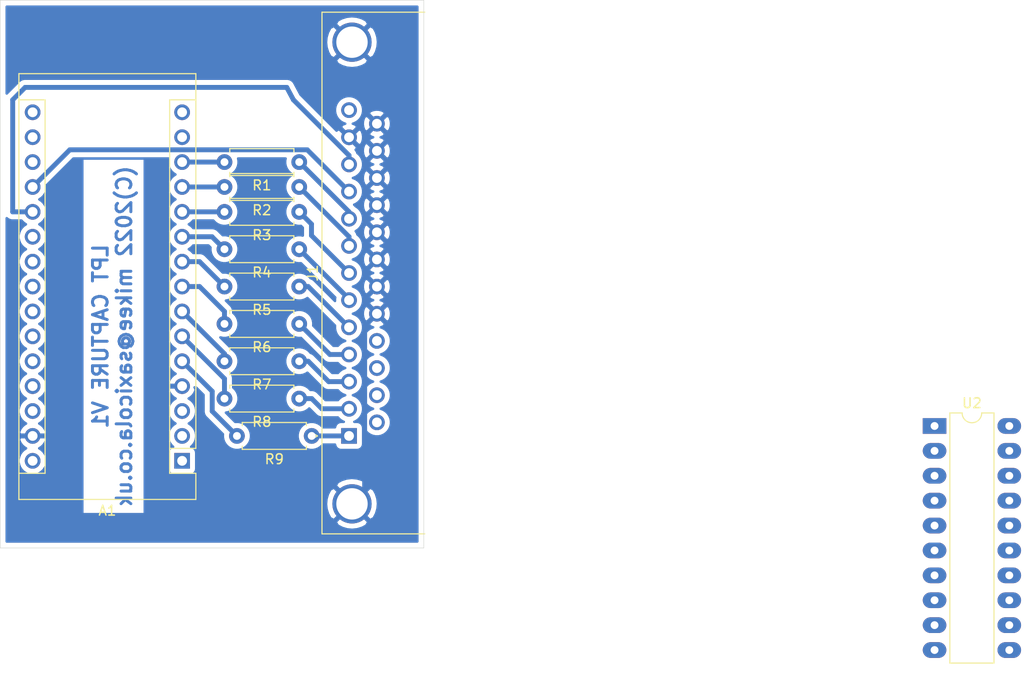
<source format=kicad_pcb>
(kicad_pcb (version 20171130) (host pcbnew "(5.1.12-5-g2758acfd42)")

  (general
    (thickness 1.6)
    (drawings 5)
    (tracks 50)
    (zones 0)
    (modules 12)
    (nets 22)
  )

  (page A4)
  (layers
    (0 F.Cu signal)
    (31 B.Cu signal)
    (32 B.Adhes user)
    (33 F.Adhes user)
    (34 B.Paste user)
    (35 F.Paste user)
    (36 B.SilkS user)
    (37 F.SilkS user)
    (38 B.Mask user)
    (39 F.Mask user)
    (40 Dwgs.User user)
    (41 Cmts.User user)
    (42 Eco1.User user)
    (43 Eco2.User user)
    (44 Edge.Cuts user)
    (45 Margin user)
    (46 B.CrtYd user)
    (47 F.CrtYd user)
    (48 B.Fab user)
    (49 F.Fab user)
  )

  (setup
    (last_trace_width 0.5)
    (user_trace_width 0.5)
    (user_trace_width 1.2)
    (trace_clearance 0.2)
    (zone_clearance 0.508)
    (zone_45_only no)
    (trace_min 0.2)
    (via_size 0.8)
    (via_drill 0.4)
    (via_min_size 0.4)
    (via_min_drill 0.3)
    (uvia_size 0.3)
    (uvia_drill 0.1)
    (uvias_allowed no)
    (uvia_min_size 0.2)
    (uvia_min_drill 0.1)
    (edge_width 0.05)
    (segment_width 0.2)
    (pcb_text_width 0.3)
    (pcb_text_size 1.5 1.5)
    (mod_edge_width 0.12)
    (mod_text_size 1 1)
    (mod_text_width 0.15)
    (pad_size 1.524 1.524)
    (pad_drill 0.762)
    (pad_to_mask_clearance 0)
    (aux_axis_origin 0 0)
    (visible_elements FFFFFF7F)
    (pcbplotparams
      (layerselection 0x010fc_ffffffff)
      (usegerberextensions false)
      (usegerberattributes true)
      (usegerberadvancedattributes true)
      (creategerberjobfile true)
      (excludeedgelayer true)
      (linewidth 0.100000)
      (plotframeref false)
      (viasonmask false)
      (mode 1)
      (useauxorigin false)
      (hpglpennumber 1)
      (hpglpenspeed 20)
      (hpglpendiameter 15.000000)
      (psnegative false)
      (psa4output false)
      (plotreference true)
      (plotvalue true)
      (plotinvisibletext false)
      (padsonsilk false)
      (subtractmaskfromsilk false)
      (outputformat 1)
      (mirror false)
      (drillshape 1)
      (scaleselection 1)
      (outputdirectory ""))
  )

  (net 0 "")
  (net 1 GND)
  (net 2 /PB2)
  (net 3 /PB1)
  (net 4 /PB0)
  (net 5 /PD7)
  (net 6 /PD6)
  (net 7 /PD5)
  (net 8 /PD4)
  (net 9 /PD3)
  (net 10 "/PD2(INT0)")
  (net 11 /PC1)
  (net 12 /PC0)
  (net 13 "Net-(J1-Pad9)")
  (net 14 "Net-(J1-Pad8)")
  (net 15 "Net-(J1-Pad7)")
  (net 16 "Net-(J1-Pad6)")
  (net 17 "Net-(J1-Pad5)")
  (net 18 "Net-(J1-Pad4)")
  (net 19 "Net-(J1-Pad3)")
  (net 20 "Net-(J1-Pad2)")
  (net 21 "Net-(J1-Pad1)")

  (net_class Default "This is the default net class."
    (clearance 0.2)
    (trace_width 0.25)
    (via_dia 0.8)
    (via_drill 0.4)
    (uvia_dia 0.3)
    (uvia_drill 0.1)
    (add_net /D0_RX)
    (add_net /D1)
    (add_net /PB0)
    (add_net /PB1)
    (add_net /PB2)
    (add_net /PB3)
    (add_net /PB4)
    (add_net /PB5)
    (add_net /PC0)
    (add_net /PC1)
    (add_net /PC2)
    (add_net /PC3)
    (add_net /PC4)
    (add_net /PC5)
    (add_net /PC6)
    (add_net /PC7)
    (add_net "/PD2(INT0)")
    (add_net /PD3)
    (add_net /PD4)
    (add_net /PD5)
    (add_net /PD6)
    (add_net /PD7)
    (add_net GND)
    (add_net "Net-(A1-Pad1)")
    (add_net "Net-(A1-Pad17)")
    (add_net "Net-(A1-Pad18)")
    (add_net "Net-(A1-Pad2)")
    (add_net "Net-(A1-Pad27)")
    (add_net "Net-(A1-Pad28)")
    (add_net "Net-(A1-Pad3)")
    (add_net "Net-(A1-Pad30)")
    (add_net "Net-(J1-Pad1)")
    (add_net "Net-(J1-Pad13)")
    (add_net "Net-(J1-Pad14)")
    (add_net "Net-(J1-Pad15)")
    (add_net "Net-(J1-Pad16)")
    (add_net "Net-(J1-Pad17)")
    (add_net "Net-(J1-Pad2)")
    (add_net "Net-(J1-Pad3)")
    (add_net "Net-(J1-Pad4)")
    (add_net "Net-(J1-Pad5)")
    (add_net "Net-(J1-Pad6)")
    (add_net "Net-(J1-Pad7)")
    (add_net "Net-(J1-Pad8)")
    (add_net "Net-(J1-Pad9)")
    (add_net "Net-(U1-Pad1)")
    (add_net "Net-(U1-Pad10)")
    (add_net "Net-(U1-Pad11)")
    (add_net "Net-(U1-Pad12)")
    (add_net "Net-(U1-Pad13)")
    (add_net "Net-(U1-Pad14)")
    (add_net "Net-(U1-Pad15)")
    (add_net "Net-(U1-Pad16)")
    (add_net "Net-(U1-Pad17)")
    (add_net "Net-(U1-Pad18)")
    (add_net "Net-(U1-Pad19)")
    (add_net "Net-(U1-Pad2)")
    (add_net "Net-(U1-Pad20)")
    (add_net "Net-(U1-Pad22)")
    (add_net "Net-(U1-Pad23)")
    (add_net "Net-(U1-Pad24)")
    (add_net "Net-(U1-Pad25)")
    (add_net "Net-(U1-Pad26)")
    (add_net "Net-(U1-Pad27)")
    (add_net "Net-(U1-Pad28)")
    (add_net "Net-(U1-Pad29)")
    (add_net "Net-(U1-Pad32)")
    (add_net "Net-(U1-Pad7)")
    (add_net "Net-(U1-Pad8)")
    (add_net "Net-(U1-Pad9)")
    (add_net "Net-(U2-Pad1)")
    (add_net "Net-(U2-Pad10)")
    (add_net "Net-(U2-Pad11)")
    (add_net "Net-(U2-Pad12)")
    (add_net "Net-(U2-Pad13)")
    (add_net "Net-(U2-Pad14)")
    (add_net "Net-(U2-Pad15)")
    (add_net "Net-(U2-Pad16)")
    (add_net "Net-(U2-Pad17)")
    (add_net "Net-(U2-Pad18)")
    (add_net "Net-(U2-Pad19)")
    (add_net "Net-(U2-Pad2)")
    (add_net "Net-(U2-Pad20)")
    (add_net "Net-(U2-Pad3)")
    (add_net "Net-(U2-Pad4)")
    (add_net "Net-(U2-Pad5)")
    (add_net "Net-(U2-Pad6)")
    (add_net "Net-(U2-Pad7)")
    (add_net "Net-(U2-Pad8)")
    (add_net "Net-(U2-Pad9)")
  )

  (module Connector_Dsub:DSUB-25_Male_Horizontal_P2.77x2.84mm_EdgePinOffset4.94mm_Housed_MountingHolesOffset7.48mm (layer F.Cu) (tedit 59FEDEE2) (tstamp 5FE5024D)
    (at 119.38 119.38 90)
    (descr "25-pin D-Sub connector, horizontal/angled (90 deg), THT-mount, male, pitch 2.77x2.84mm, pin-PCB-offset 4.9399999999999995mm, distance of mounting holes 47.1mm, distance of mounting holes to PCB edge 7.4799999999999995mm, see https://disti-assets.s3.amazonaws.com/tonar/files/datasheets/16730.pdf")
    (tags "25-pin D-Sub connector horizontal angled 90deg THT male pitch 2.77x2.84mm pin-PCB-offset 4.9399999999999995mm mounting-holes-distance 47.1mm mounting-hole-offset 47.1mm")
    (path /5FE4DA10)
    (fp_text reference J1 (at 16.62 -3.7 -90) (layer F.SilkS)
      (effects (font (size 1 1) (thickness 0.15)))
    )
    (fp_text value DB25_Male_MountingHoles (at 16.62 15.68 -90) (layer F.Fab)
      (effects (font (size 1 1) (thickness 0.15)))
    )
    (fp_text user %R (at 16.62 11.18 -90) (layer F.Fab)
      (effects (font (size 1 1) (thickness 0.15)))
    )
    (fp_arc (start 40.17 0.3) (end 38.57 0.3) (angle 180) (layer F.Fab) (width 0.1))
    (fp_arc (start -6.93 0.3) (end -8.53 0.3) (angle 180) (layer F.Fab) (width 0.1))
    (fp_line (start -9.93 -2.7) (end -9.93 7.78) (layer F.Fab) (width 0.1))
    (fp_line (start -9.93 7.78) (end 43.17 7.78) (layer F.Fab) (width 0.1))
    (fp_line (start 43.17 7.78) (end 43.17 -2.7) (layer F.Fab) (width 0.1))
    (fp_line (start 43.17 -2.7) (end -9.93 -2.7) (layer F.Fab) (width 0.1))
    (fp_line (start -9.93 7.78) (end -9.93 8.18) (layer F.Fab) (width 0.1))
    (fp_line (start -9.93 8.18) (end 43.17 8.18) (layer F.Fab) (width 0.1))
    (fp_line (start 43.17 8.18) (end 43.17 7.78) (layer F.Fab) (width 0.1))
    (fp_line (start 43.17 7.78) (end -9.93 7.78) (layer F.Fab) (width 0.1))
    (fp_line (start -2.53 8.18) (end -2.53 14.18) (layer F.Fab) (width 0.1))
    (fp_line (start -2.53 14.18) (end 35.77 14.18) (layer F.Fab) (width 0.1))
    (fp_line (start 35.77 14.18) (end 35.77 8.18) (layer F.Fab) (width 0.1))
    (fp_line (start 35.77 8.18) (end -2.53 8.18) (layer F.Fab) (width 0.1))
    (fp_line (start -9.43 8.18) (end -9.43 13.18) (layer F.Fab) (width 0.1))
    (fp_line (start -9.43 13.18) (end -4.43 13.18) (layer F.Fab) (width 0.1))
    (fp_line (start -4.43 13.18) (end -4.43 8.18) (layer F.Fab) (width 0.1))
    (fp_line (start -4.43 8.18) (end -9.43 8.18) (layer F.Fab) (width 0.1))
    (fp_line (start 37.67 8.18) (end 37.67 13.18) (layer F.Fab) (width 0.1))
    (fp_line (start 37.67 13.18) (end 42.67 13.18) (layer F.Fab) (width 0.1))
    (fp_line (start 42.67 13.18) (end 42.67 8.18) (layer F.Fab) (width 0.1))
    (fp_line (start 42.67 8.18) (end 37.67 8.18) (layer F.Fab) (width 0.1))
    (fp_line (start -8.53 7.78) (end -8.53 0.3) (layer F.Fab) (width 0.1))
    (fp_line (start -5.33 7.78) (end -5.33 0.3) (layer F.Fab) (width 0.1))
    (fp_line (start 38.57 7.78) (end 38.57 0.3) (layer F.Fab) (width 0.1))
    (fp_line (start 41.77 7.78) (end 41.77 0.3) (layer F.Fab) (width 0.1))
    (fp_line (start -9.99 7.72) (end -9.99 -2.76) (layer F.SilkS) (width 0.12))
    (fp_line (start -9.99 -2.76) (end 43.23 -2.76) (layer F.SilkS) (width 0.12))
    (fp_line (start 43.23 -2.76) (end 43.23 7.72) (layer F.SilkS) (width 0.12))
    (fp_line (start -0.25 -3.654338) (end 0.25 -3.654338) (layer F.SilkS) (width 0.12))
    (fp_line (start 0.25 -3.654338) (end 0 -3.221325) (layer F.SilkS) (width 0.12))
    (fp_line (start 0 -3.221325) (end -0.25 -3.654338) (layer F.SilkS) (width 0.12))
    (fp_line (start -10.45 -3.25) (end -10.45 14.7) (layer F.CrtYd) (width 0.05))
    (fp_line (start -10.45 14.7) (end 43.7 14.7) (layer F.CrtYd) (width 0.05))
    (fp_line (start 43.7 14.7) (end 43.7 -3.25) (layer F.CrtYd) (width 0.05))
    (fp_line (start 43.7 -3.25) (end -10.45 -3.25) (layer F.CrtYd) (width 0.05))
    (pad 0 thru_hole circle (at 40.17 0.3 90) (size 4 4) (drill 3.2) (layers *.Cu *.Mask)
      (net 1 GND))
    (pad 0 thru_hole circle (at -6.93 0.3 90) (size 4 4) (drill 3.2) (layers *.Cu *.Mask)
      (net 1 GND))
    (pad 25 thru_hole circle (at 31.855 2.84 90) (size 1.6 1.6) (drill 1) (layers *.Cu *.Mask)
      (net 1 GND))
    (pad 24 thru_hole circle (at 29.085 2.84 90) (size 1.6 1.6) (drill 1) (layers *.Cu *.Mask)
      (net 1 GND))
    (pad 23 thru_hole circle (at 26.315 2.84 90) (size 1.6 1.6) (drill 1) (layers *.Cu *.Mask)
      (net 1 GND))
    (pad 22 thru_hole circle (at 23.545 2.84 90) (size 1.6 1.6) (drill 1) (layers *.Cu *.Mask)
      (net 1 GND))
    (pad 21 thru_hole circle (at 20.775 2.84 90) (size 1.6 1.6) (drill 1) (layers *.Cu *.Mask)
      (net 1 GND))
    (pad 20 thru_hole circle (at 18.005 2.84 90) (size 1.6 1.6) (drill 1) (layers *.Cu *.Mask)
      (net 1 GND))
    (pad 19 thru_hole circle (at 15.235 2.84 90) (size 1.6 1.6) (drill 1) (layers *.Cu *.Mask)
      (net 1 GND))
    (pad 18 thru_hole circle (at 12.465 2.84 90) (size 1.6 1.6) (drill 1) (layers *.Cu *.Mask)
      (net 1 GND))
    (pad 17 thru_hole circle (at 9.695 2.84 90) (size 1.6 1.6) (drill 1) (layers *.Cu *.Mask))
    (pad 16 thru_hole circle (at 6.925 2.84 90) (size 1.6 1.6) (drill 1) (layers *.Cu *.Mask))
    (pad 15 thru_hole circle (at 4.155 2.84 90) (size 1.6 1.6) (drill 1) (layers *.Cu *.Mask))
    (pad 14 thru_hole circle (at 1.385 2.84 90) (size 1.6 1.6) (drill 1) (layers *.Cu *.Mask))
    (pad 13 thru_hole circle (at 33.24 0 90) (size 1.6 1.6) (drill 1) (layers *.Cu *.Mask))
    (pad 12 thru_hole circle (at 30.47 0 90) (size 1.6 1.6) (drill 1) (layers *.Cu *.Mask)
      (net 1 GND))
    (pad 11 thru_hole circle (at 27.7 0 90) (size 1.6 1.6) (drill 1) (layers *.Cu *.Mask)
      (net 11 /PC1))
    (pad 10 thru_hole circle (at 24.93 0 90) (size 1.6 1.6) (drill 1) (layers *.Cu *.Mask)
      (net 12 /PC0))
    (pad 9 thru_hole circle (at 22.16 0 90) (size 1.6 1.6) (drill 1) (layers *.Cu *.Mask)
      (net 13 "Net-(J1-Pad9)"))
    (pad 8 thru_hole circle (at 19.39 0 90) (size 1.6 1.6) (drill 1) (layers *.Cu *.Mask)
      (net 14 "Net-(J1-Pad8)"))
    (pad 7 thru_hole circle (at 16.62 0 90) (size 1.6 1.6) (drill 1) (layers *.Cu *.Mask)
      (net 15 "Net-(J1-Pad7)"))
    (pad 6 thru_hole circle (at 13.85 0 90) (size 1.6 1.6) (drill 1) (layers *.Cu *.Mask)
      (net 16 "Net-(J1-Pad6)"))
    (pad 5 thru_hole circle (at 11.08 0 90) (size 1.6 1.6) (drill 1) (layers *.Cu *.Mask)
      (net 17 "Net-(J1-Pad5)"))
    (pad 4 thru_hole circle (at 8.31 0 90) (size 1.6 1.6) (drill 1) (layers *.Cu *.Mask)
      (net 18 "Net-(J1-Pad4)"))
    (pad 3 thru_hole circle (at 5.54 0 90) (size 1.6 1.6) (drill 1) (layers *.Cu *.Mask)
      (net 19 "Net-(J1-Pad3)"))
    (pad 2 thru_hole circle (at 2.77 0 90) (size 1.6 1.6) (drill 1) (layers *.Cu *.Mask)
      (net 20 "Net-(J1-Pad2)"))
    (pad 1 thru_hole rect (at 0 0 90) (size 1.6 1.6) (drill 1) (layers *.Cu *.Mask)
      (net 21 "Net-(J1-Pad1)"))
    (model ${KISYS3DMOD}/Connector_Dsub.3dshapes/DSUB-25_Male_Horizontal_P2.77x2.84mm_EdgePinOffset4.94mm_Housed_MountingHolesOffset7.48mm.wrl
      (at (xyz 0 0 0))
      (scale (xyz 1 1 1))
      (rotate (xyz 0 0 0))
    )
  )

  (module Package_DIP:DIP-20_W7.62mm_LongPads (layer F.Cu) (tedit 5A02E8C5) (tstamp 628DA214)
    (at 179.07 118.364)
    (descr "20-lead though-hole mounted DIP package, row spacing 7.62 mm (300 mils), LongPads")
    (tags "THT DIP DIL PDIP 2.54mm 7.62mm 300mil LongPads")
    (path /5FE5F600)
    (fp_text reference U2 (at 3.81 -2.33) (layer F.SilkS)
      (effects (font (size 1 1) (thickness 0.15)))
    )
    (fp_text value 74LS541 (at 3.81 25.19) (layer F.Fab)
      (effects (font (size 1 1) (thickness 0.15)))
    )
    (fp_text user %R (at 3.81 11.43) (layer F.Fab)
      (effects (font (size 1 1) (thickness 0.15)))
    )
    (fp_arc (start 3.81 -1.33) (end 2.81 -1.33) (angle -180) (layer F.SilkS) (width 0.12))
    (fp_line (start 1.635 -1.27) (end 6.985 -1.27) (layer F.Fab) (width 0.1))
    (fp_line (start 6.985 -1.27) (end 6.985 24.13) (layer F.Fab) (width 0.1))
    (fp_line (start 6.985 24.13) (end 0.635 24.13) (layer F.Fab) (width 0.1))
    (fp_line (start 0.635 24.13) (end 0.635 -0.27) (layer F.Fab) (width 0.1))
    (fp_line (start 0.635 -0.27) (end 1.635 -1.27) (layer F.Fab) (width 0.1))
    (fp_line (start 2.81 -1.33) (end 1.56 -1.33) (layer F.SilkS) (width 0.12))
    (fp_line (start 1.56 -1.33) (end 1.56 24.19) (layer F.SilkS) (width 0.12))
    (fp_line (start 1.56 24.19) (end 6.06 24.19) (layer F.SilkS) (width 0.12))
    (fp_line (start 6.06 24.19) (end 6.06 -1.33) (layer F.SilkS) (width 0.12))
    (fp_line (start 6.06 -1.33) (end 4.81 -1.33) (layer F.SilkS) (width 0.12))
    (fp_line (start -1.45 -1.55) (end -1.45 24.4) (layer F.CrtYd) (width 0.05))
    (fp_line (start -1.45 24.4) (end 9.1 24.4) (layer F.CrtYd) (width 0.05))
    (fp_line (start 9.1 24.4) (end 9.1 -1.55) (layer F.CrtYd) (width 0.05))
    (fp_line (start 9.1 -1.55) (end -1.45 -1.55) (layer F.CrtYd) (width 0.05))
    (pad 20 thru_hole oval (at 7.62 0) (size 2.4 1.6) (drill 0.8) (layers *.Cu *.Mask))
    (pad 10 thru_hole oval (at 0 22.86) (size 2.4 1.6) (drill 0.8) (layers *.Cu *.Mask))
    (pad 19 thru_hole oval (at 7.62 2.54) (size 2.4 1.6) (drill 0.8) (layers *.Cu *.Mask))
    (pad 9 thru_hole oval (at 0 20.32) (size 2.4 1.6) (drill 0.8) (layers *.Cu *.Mask))
    (pad 18 thru_hole oval (at 7.62 5.08) (size 2.4 1.6) (drill 0.8) (layers *.Cu *.Mask))
    (pad 8 thru_hole oval (at 0 17.78) (size 2.4 1.6) (drill 0.8) (layers *.Cu *.Mask))
    (pad 17 thru_hole oval (at 7.62 7.62) (size 2.4 1.6) (drill 0.8) (layers *.Cu *.Mask))
    (pad 7 thru_hole oval (at 0 15.24) (size 2.4 1.6) (drill 0.8) (layers *.Cu *.Mask))
    (pad 16 thru_hole oval (at 7.62 10.16) (size 2.4 1.6) (drill 0.8) (layers *.Cu *.Mask))
    (pad 6 thru_hole oval (at 0 12.7) (size 2.4 1.6) (drill 0.8) (layers *.Cu *.Mask))
    (pad 15 thru_hole oval (at 7.62 12.7) (size 2.4 1.6) (drill 0.8) (layers *.Cu *.Mask))
    (pad 5 thru_hole oval (at 0 10.16) (size 2.4 1.6) (drill 0.8) (layers *.Cu *.Mask))
    (pad 14 thru_hole oval (at 7.62 15.24) (size 2.4 1.6) (drill 0.8) (layers *.Cu *.Mask))
    (pad 4 thru_hole oval (at 0 7.62) (size 2.4 1.6) (drill 0.8) (layers *.Cu *.Mask))
    (pad 13 thru_hole oval (at 7.62 17.78) (size 2.4 1.6) (drill 0.8) (layers *.Cu *.Mask))
    (pad 3 thru_hole oval (at 0 5.08) (size 2.4 1.6) (drill 0.8) (layers *.Cu *.Mask))
    (pad 12 thru_hole oval (at 7.62 20.32) (size 2.4 1.6) (drill 0.8) (layers *.Cu *.Mask))
    (pad 2 thru_hole oval (at 0 2.54) (size 2.4 1.6) (drill 0.8) (layers *.Cu *.Mask))
    (pad 11 thru_hole oval (at 7.62 22.86) (size 2.4 1.6) (drill 0.8) (layers *.Cu *.Mask))
    (pad 1 thru_hole rect (at 0 0) (size 2.4 1.6) (drill 0.8) (layers *.Cu *.Mask))
    (model ${KISYS3DMOD}/Package_DIP.3dshapes/DIP-20_W7.62mm.wrl
      (at (xyz 0 0 0))
      (scale (xyz 1 1 1))
      (rotate (xyz 0 0 0))
    )
  )

  (module Resistor_THT:R_Axial_DIN0207_L6.3mm_D2.5mm_P7.62mm_Horizontal (layer F.Cu) (tedit 5AE5139B) (tstamp 628DA1B5)
    (at 115.57 119.38 180)
    (descr "Resistor, Axial_DIN0207 series, Axial, Horizontal, pin pitch=7.62mm, 0.25W = 1/4W, length*diameter=6.3*2.5mm^2, http://cdn-reichelt.de/documents/datenblatt/B400/1_4W%23YAG.pdf")
    (tags "Resistor Axial_DIN0207 series Axial Horizontal pin pitch 7.62mm 0.25W = 1/4W length 6.3mm diameter 2.5mm")
    (path /5FE5FFF9)
    (fp_text reference R9 (at 3.81 -2.37) (layer F.SilkS)
      (effects (font (size 1 1) (thickness 0.15)))
    )
    (fp_text value 1K (at 3.81 2.37) (layer F.Fab)
      (effects (font (size 1 1) (thickness 0.15)))
    )
    (fp_text user %R (at 3.81 0) (layer F.Fab)
      (effects (font (size 1 1) (thickness 0.15)))
    )
    (fp_line (start 0.66 -1.25) (end 0.66 1.25) (layer F.Fab) (width 0.1))
    (fp_line (start 0.66 1.25) (end 6.96 1.25) (layer F.Fab) (width 0.1))
    (fp_line (start 6.96 1.25) (end 6.96 -1.25) (layer F.Fab) (width 0.1))
    (fp_line (start 6.96 -1.25) (end 0.66 -1.25) (layer F.Fab) (width 0.1))
    (fp_line (start 0 0) (end 0.66 0) (layer F.Fab) (width 0.1))
    (fp_line (start 7.62 0) (end 6.96 0) (layer F.Fab) (width 0.1))
    (fp_line (start 0.54 -1.04) (end 0.54 -1.37) (layer F.SilkS) (width 0.12))
    (fp_line (start 0.54 -1.37) (end 7.08 -1.37) (layer F.SilkS) (width 0.12))
    (fp_line (start 7.08 -1.37) (end 7.08 -1.04) (layer F.SilkS) (width 0.12))
    (fp_line (start 0.54 1.04) (end 0.54 1.37) (layer F.SilkS) (width 0.12))
    (fp_line (start 0.54 1.37) (end 7.08 1.37) (layer F.SilkS) (width 0.12))
    (fp_line (start 7.08 1.37) (end 7.08 1.04) (layer F.SilkS) (width 0.12))
    (fp_line (start -1.05 -1.5) (end -1.05 1.5) (layer F.CrtYd) (width 0.05))
    (fp_line (start -1.05 1.5) (end 8.67 1.5) (layer F.CrtYd) (width 0.05))
    (fp_line (start 8.67 1.5) (end 8.67 -1.5) (layer F.CrtYd) (width 0.05))
    (fp_line (start 8.67 -1.5) (end -1.05 -1.5) (layer F.CrtYd) (width 0.05))
    (pad 2 thru_hole oval (at 7.62 0 180) (size 1.6 1.6) (drill 0.8) (layers *.Cu *.Mask)
      (net 10 "/PD2(INT0)"))
    (pad 1 thru_hole circle (at 0 0 180) (size 1.6 1.6) (drill 0.8) (layers *.Cu *.Mask)
      (net 21 "Net-(J1-Pad1)"))
    (model ${KISYS3DMOD}/Resistor_THT.3dshapes/R_Axial_DIN0207_L6.3mm_D2.5mm_P7.62mm_Horizontal.wrl
      (at (xyz 0 0 0))
      (scale (xyz 1 1 1))
      (rotate (xyz 0 0 0))
    )
  )

  (module Resistor_THT:R_Axial_DIN0207_L6.3mm_D2.5mm_P7.62mm_Horizontal (layer F.Cu) (tedit 5AE5139B) (tstamp 628DA7C3)
    (at 114.3 115.57 180)
    (descr "Resistor, Axial_DIN0207 series, Axial, Horizontal, pin pitch=7.62mm, 0.25W = 1/4W, length*diameter=6.3*2.5mm^2, http://cdn-reichelt.de/documents/datenblatt/B400/1_4W%23YAG.pdf")
    (tags "Resistor Axial_DIN0207 series Axial Horizontal pin pitch 7.62mm 0.25W = 1/4W length 6.3mm diameter 2.5mm")
    (path /5FE608AE)
    (fp_text reference R8 (at 3.81 -2.37) (layer F.SilkS)
      (effects (font (size 1 1) (thickness 0.15)))
    )
    (fp_text value 1K (at 3.81 2.37) (layer F.Fab)
      (effects (font (size 1 1) (thickness 0.15)))
    )
    (fp_text user %R (at 3.81 0) (layer F.Fab)
      (effects (font (size 1 1) (thickness 0.15)))
    )
    (fp_line (start 0.66 -1.25) (end 0.66 1.25) (layer F.Fab) (width 0.1))
    (fp_line (start 0.66 1.25) (end 6.96 1.25) (layer F.Fab) (width 0.1))
    (fp_line (start 6.96 1.25) (end 6.96 -1.25) (layer F.Fab) (width 0.1))
    (fp_line (start 6.96 -1.25) (end 0.66 -1.25) (layer F.Fab) (width 0.1))
    (fp_line (start 0 0) (end 0.66 0) (layer F.Fab) (width 0.1))
    (fp_line (start 7.62 0) (end 6.96 0) (layer F.Fab) (width 0.1))
    (fp_line (start 0.54 -1.04) (end 0.54 -1.37) (layer F.SilkS) (width 0.12))
    (fp_line (start 0.54 -1.37) (end 7.08 -1.37) (layer F.SilkS) (width 0.12))
    (fp_line (start 7.08 -1.37) (end 7.08 -1.04) (layer F.SilkS) (width 0.12))
    (fp_line (start 0.54 1.04) (end 0.54 1.37) (layer F.SilkS) (width 0.12))
    (fp_line (start 0.54 1.37) (end 7.08 1.37) (layer F.SilkS) (width 0.12))
    (fp_line (start 7.08 1.37) (end 7.08 1.04) (layer F.SilkS) (width 0.12))
    (fp_line (start -1.05 -1.5) (end -1.05 1.5) (layer F.CrtYd) (width 0.05))
    (fp_line (start -1.05 1.5) (end 8.67 1.5) (layer F.CrtYd) (width 0.05))
    (fp_line (start 8.67 1.5) (end 8.67 -1.5) (layer F.CrtYd) (width 0.05))
    (fp_line (start 8.67 -1.5) (end -1.05 -1.5) (layer F.CrtYd) (width 0.05))
    (pad 2 thru_hole oval (at 7.62 0 180) (size 1.6 1.6) (drill 0.8) (layers *.Cu *.Mask)
      (net 9 /PD3))
    (pad 1 thru_hole circle (at 0 0 180) (size 1.6 1.6) (drill 0.8) (layers *.Cu *.Mask)
      (net 20 "Net-(J1-Pad2)"))
    (model ${KISYS3DMOD}/Resistor_THT.3dshapes/R_Axial_DIN0207_L6.3mm_D2.5mm_P7.62mm_Horizontal.wrl
      (at (xyz 0 0 0))
      (scale (xyz 1 1 1))
      (rotate (xyz 0 0 0))
    )
  )

  (module Resistor_THT:R_Axial_DIN0207_L6.3mm_D2.5mm_P7.62mm_Horizontal (layer F.Cu) (tedit 5AE5139B) (tstamp 628DA187)
    (at 114.3 111.76 180)
    (descr "Resistor, Axial_DIN0207 series, Axial, Horizontal, pin pitch=7.62mm, 0.25W = 1/4W, length*diameter=6.3*2.5mm^2, http://cdn-reichelt.de/documents/datenblatt/B400/1_4W%23YAG.pdf")
    (tags "Resistor Axial_DIN0207 series Axial Horizontal pin pitch 7.62mm 0.25W = 1/4W length 6.3mm diameter 2.5mm")
    (path /5FE60B0A)
    (fp_text reference R7 (at 3.81 -2.37) (layer F.SilkS)
      (effects (font (size 1 1) (thickness 0.15)))
    )
    (fp_text value 1K (at 3.81 2.37) (layer F.Fab)
      (effects (font (size 1 1) (thickness 0.15)))
    )
    (fp_text user %R (at 3.81 0) (layer F.Fab)
      (effects (font (size 1 1) (thickness 0.15)))
    )
    (fp_line (start 0.66 -1.25) (end 0.66 1.25) (layer F.Fab) (width 0.1))
    (fp_line (start 0.66 1.25) (end 6.96 1.25) (layer F.Fab) (width 0.1))
    (fp_line (start 6.96 1.25) (end 6.96 -1.25) (layer F.Fab) (width 0.1))
    (fp_line (start 6.96 -1.25) (end 0.66 -1.25) (layer F.Fab) (width 0.1))
    (fp_line (start 0 0) (end 0.66 0) (layer F.Fab) (width 0.1))
    (fp_line (start 7.62 0) (end 6.96 0) (layer F.Fab) (width 0.1))
    (fp_line (start 0.54 -1.04) (end 0.54 -1.37) (layer F.SilkS) (width 0.12))
    (fp_line (start 0.54 -1.37) (end 7.08 -1.37) (layer F.SilkS) (width 0.12))
    (fp_line (start 7.08 -1.37) (end 7.08 -1.04) (layer F.SilkS) (width 0.12))
    (fp_line (start 0.54 1.04) (end 0.54 1.37) (layer F.SilkS) (width 0.12))
    (fp_line (start 0.54 1.37) (end 7.08 1.37) (layer F.SilkS) (width 0.12))
    (fp_line (start 7.08 1.37) (end 7.08 1.04) (layer F.SilkS) (width 0.12))
    (fp_line (start -1.05 -1.5) (end -1.05 1.5) (layer F.CrtYd) (width 0.05))
    (fp_line (start -1.05 1.5) (end 8.67 1.5) (layer F.CrtYd) (width 0.05))
    (fp_line (start 8.67 1.5) (end 8.67 -1.5) (layer F.CrtYd) (width 0.05))
    (fp_line (start 8.67 -1.5) (end -1.05 -1.5) (layer F.CrtYd) (width 0.05))
    (pad 2 thru_hole oval (at 7.62 0 180) (size 1.6 1.6) (drill 0.8) (layers *.Cu *.Mask)
      (net 8 /PD4))
    (pad 1 thru_hole circle (at 0 0 180) (size 1.6 1.6) (drill 0.8) (layers *.Cu *.Mask)
      (net 19 "Net-(J1-Pad3)"))
    (model ${KISYS3DMOD}/Resistor_THT.3dshapes/R_Axial_DIN0207_L6.3mm_D2.5mm_P7.62mm_Horizontal.wrl
      (at (xyz 0 0 0))
      (scale (xyz 1 1 1))
      (rotate (xyz 0 0 0))
    )
  )

  (module Resistor_THT:R_Axial_DIN0207_L6.3mm_D2.5mm_P7.62mm_Horizontal (layer F.Cu) (tedit 5AE5139B) (tstamp 628DA170)
    (at 114.3 107.95 180)
    (descr "Resistor, Axial_DIN0207 series, Axial, Horizontal, pin pitch=7.62mm, 0.25W = 1/4W, length*diameter=6.3*2.5mm^2, http://cdn-reichelt.de/documents/datenblatt/B400/1_4W%23YAG.pdf")
    (tags "Resistor Axial_DIN0207 series Axial Horizontal pin pitch 7.62mm 0.25W = 1/4W length 6.3mm diameter 2.5mm")
    (path /5FE60E1D)
    (fp_text reference R6 (at 3.81 -2.37) (layer F.SilkS)
      (effects (font (size 1 1) (thickness 0.15)))
    )
    (fp_text value 1K (at 3.81 2.37) (layer F.Fab)
      (effects (font (size 1 1) (thickness 0.15)))
    )
    (fp_text user %R (at 3.81 0) (layer F.Fab)
      (effects (font (size 1 1) (thickness 0.15)))
    )
    (fp_line (start 0.66 -1.25) (end 0.66 1.25) (layer F.Fab) (width 0.1))
    (fp_line (start 0.66 1.25) (end 6.96 1.25) (layer F.Fab) (width 0.1))
    (fp_line (start 6.96 1.25) (end 6.96 -1.25) (layer F.Fab) (width 0.1))
    (fp_line (start 6.96 -1.25) (end 0.66 -1.25) (layer F.Fab) (width 0.1))
    (fp_line (start 0 0) (end 0.66 0) (layer F.Fab) (width 0.1))
    (fp_line (start 7.62 0) (end 6.96 0) (layer F.Fab) (width 0.1))
    (fp_line (start 0.54 -1.04) (end 0.54 -1.37) (layer F.SilkS) (width 0.12))
    (fp_line (start 0.54 -1.37) (end 7.08 -1.37) (layer F.SilkS) (width 0.12))
    (fp_line (start 7.08 -1.37) (end 7.08 -1.04) (layer F.SilkS) (width 0.12))
    (fp_line (start 0.54 1.04) (end 0.54 1.37) (layer F.SilkS) (width 0.12))
    (fp_line (start 0.54 1.37) (end 7.08 1.37) (layer F.SilkS) (width 0.12))
    (fp_line (start 7.08 1.37) (end 7.08 1.04) (layer F.SilkS) (width 0.12))
    (fp_line (start -1.05 -1.5) (end -1.05 1.5) (layer F.CrtYd) (width 0.05))
    (fp_line (start -1.05 1.5) (end 8.67 1.5) (layer F.CrtYd) (width 0.05))
    (fp_line (start 8.67 1.5) (end 8.67 -1.5) (layer F.CrtYd) (width 0.05))
    (fp_line (start 8.67 -1.5) (end -1.05 -1.5) (layer F.CrtYd) (width 0.05))
    (pad 2 thru_hole oval (at 7.62 0 180) (size 1.6 1.6) (drill 0.8) (layers *.Cu *.Mask)
      (net 7 /PD5))
    (pad 1 thru_hole circle (at 0 0 180) (size 1.6 1.6) (drill 0.8) (layers *.Cu *.Mask)
      (net 18 "Net-(J1-Pad4)"))
    (model ${KISYS3DMOD}/Resistor_THT.3dshapes/R_Axial_DIN0207_L6.3mm_D2.5mm_P7.62mm_Horizontal.wrl
      (at (xyz 0 0 0))
      (scale (xyz 1 1 1))
      (rotate (xyz 0 0 0))
    )
  )

  (module Resistor_THT:R_Axial_DIN0207_L6.3mm_D2.5mm_P7.62mm_Horizontal (layer F.Cu) (tedit 5AE5139B) (tstamp 628DA159)
    (at 114.3 104.14 180)
    (descr "Resistor, Axial_DIN0207 series, Axial, Horizontal, pin pitch=7.62mm, 0.25W = 1/4W, length*diameter=6.3*2.5mm^2, http://cdn-reichelt.de/documents/datenblatt/B400/1_4W%23YAG.pdf")
    (tags "Resistor Axial_DIN0207 series Axial Horizontal pin pitch 7.62mm 0.25W = 1/4W length 6.3mm diameter 2.5mm")
    (path /5FE60FC6)
    (fp_text reference R5 (at 3.81 -2.37) (layer F.SilkS)
      (effects (font (size 1 1) (thickness 0.15)))
    )
    (fp_text value 1K (at 3.81 2.37) (layer F.Fab)
      (effects (font (size 1 1) (thickness 0.15)))
    )
    (fp_text user %R (at 3.81 0) (layer F.Fab)
      (effects (font (size 1 1) (thickness 0.15)))
    )
    (fp_line (start 0.66 -1.25) (end 0.66 1.25) (layer F.Fab) (width 0.1))
    (fp_line (start 0.66 1.25) (end 6.96 1.25) (layer F.Fab) (width 0.1))
    (fp_line (start 6.96 1.25) (end 6.96 -1.25) (layer F.Fab) (width 0.1))
    (fp_line (start 6.96 -1.25) (end 0.66 -1.25) (layer F.Fab) (width 0.1))
    (fp_line (start 0 0) (end 0.66 0) (layer F.Fab) (width 0.1))
    (fp_line (start 7.62 0) (end 6.96 0) (layer F.Fab) (width 0.1))
    (fp_line (start 0.54 -1.04) (end 0.54 -1.37) (layer F.SilkS) (width 0.12))
    (fp_line (start 0.54 -1.37) (end 7.08 -1.37) (layer F.SilkS) (width 0.12))
    (fp_line (start 7.08 -1.37) (end 7.08 -1.04) (layer F.SilkS) (width 0.12))
    (fp_line (start 0.54 1.04) (end 0.54 1.37) (layer F.SilkS) (width 0.12))
    (fp_line (start 0.54 1.37) (end 7.08 1.37) (layer F.SilkS) (width 0.12))
    (fp_line (start 7.08 1.37) (end 7.08 1.04) (layer F.SilkS) (width 0.12))
    (fp_line (start -1.05 -1.5) (end -1.05 1.5) (layer F.CrtYd) (width 0.05))
    (fp_line (start -1.05 1.5) (end 8.67 1.5) (layer F.CrtYd) (width 0.05))
    (fp_line (start 8.67 1.5) (end 8.67 -1.5) (layer F.CrtYd) (width 0.05))
    (fp_line (start 8.67 -1.5) (end -1.05 -1.5) (layer F.CrtYd) (width 0.05))
    (pad 2 thru_hole oval (at 7.62 0 180) (size 1.6 1.6) (drill 0.8) (layers *.Cu *.Mask)
      (net 6 /PD6))
    (pad 1 thru_hole circle (at 0 0 180) (size 1.6 1.6) (drill 0.8) (layers *.Cu *.Mask)
      (net 17 "Net-(J1-Pad5)"))
    (model ${KISYS3DMOD}/Resistor_THT.3dshapes/R_Axial_DIN0207_L6.3mm_D2.5mm_P7.62mm_Horizontal.wrl
      (at (xyz 0 0 0))
      (scale (xyz 1 1 1))
      (rotate (xyz 0 0 0))
    )
  )

  (module Resistor_THT:R_Axial_DIN0207_L6.3mm_D2.5mm_P7.62mm_Horizontal (layer F.Cu) (tedit 5AE5139B) (tstamp 628DA142)
    (at 114.3 100.33 180)
    (descr "Resistor, Axial_DIN0207 series, Axial, Horizontal, pin pitch=7.62mm, 0.25W = 1/4W, length*diameter=6.3*2.5mm^2, http://cdn-reichelt.de/documents/datenblatt/B400/1_4W%23YAG.pdf")
    (tags "Resistor Axial_DIN0207 series Axial Horizontal pin pitch 7.62mm 0.25W = 1/4W length 6.3mm diameter 2.5mm")
    (path /5FE61261)
    (fp_text reference R4 (at 3.81 -2.37) (layer F.SilkS)
      (effects (font (size 1 1) (thickness 0.15)))
    )
    (fp_text value 1K (at 3.81 2.37) (layer F.Fab)
      (effects (font (size 1 1) (thickness 0.15)))
    )
    (fp_text user %R (at 3.81 0) (layer F.Fab)
      (effects (font (size 1 1) (thickness 0.15)))
    )
    (fp_line (start 0.66 -1.25) (end 0.66 1.25) (layer F.Fab) (width 0.1))
    (fp_line (start 0.66 1.25) (end 6.96 1.25) (layer F.Fab) (width 0.1))
    (fp_line (start 6.96 1.25) (end 6.96 -1.25) (layer F.Fab) (width 0.1))
    (fp_line (start 6.96 -1.25) (end 0.66 -1.25) (layer F.Fab) (width 0.1))
    (fp_line (start 0 0) (end 0.66 0) (layer F.Fab) (width 0.1))
    (fp_line (start 7.62 0) (end 6.96 0) (layer F.Fab) (width 0.1))
    (fp_line (start 0.54 -1.04) (end 0.54 -1.37) (layer F.SilkS) (width 0.12))
    (fp_line (start 0.54 -1.37) (end 7.08 -1.37) (layer F.SilkS) (width 0.12))
    (fp_line (start 7.08 -1.37) (end 7.08 -1.04) (layer F.SilkS) (width 0.12))
    (fp_line (start 0.54 1.04) (end 0.54 1.37) (layer F.SilkS) (width 0.12))
    (fp_line (start 0.54 1.37) (end 7.08 1.37) (layer F.SilkS) (width 0.12))
    (fp_line (start 7.08 1.37) (end 7.08 1.04) (layer F.SilkS) (width 0.12))
    (fp_line (start -1.05 -1.5) (end -1.05 1.5) (layer F.CrtYd) (width 0.05))
    (fp_line (start -1.05 1.5) (end 8.67 1.5) (layer F.CrtYd) (width 0.05))
    (fp_line (start 8.67 1.5) (end 8.67 -1.5) (layer F.CrtYd) (width 0.05))
    (fp_line (start 8.67 -1.5) (end -1.05 -1.5) (layer F.CrtYd) (width 0.05))
    (pad 2 thru_hole oval (at 7.62 0 180) (size 1.6 1.6) (drill 0.8) (layers *.Cu *.Mask)
      (net 5 /PD7))
    (pad 1 thru_hole circle (at 0 0 180) (size 1.6 1.6) (drill 0.8) (layers *.Cu *.Mask)
      (net 16 "Net-(J1-Pad6)"))
    (model ${KISYS3DMOD}/Resistor_THT.3dshapes/R_Axial_DIN0207_L6.3mm_D2.5mm_P7.62mm_Horizontal.wrl
      (at (xyz 0 0 0))
      (scale (xyz 1 1 1))
      (rotate (xyz 0 0 0))
    )
  )

  (module Resistor_THT:R_Axial_DIN0207_L6.3mm_D2.5mm_P7.62mm_Horizontal (layer F.Cu) (tedit 5AE5139B) (tstamp 628DB09E)
    (at 114.3 96.52 180)
    (descr "Resistor, Axial_DIN0207 series, Axial, Horizontal, pin pitch=7.62mm, 0.25W = 1/4W, length*diameter=6.3*2.5mm^2, http://cdn-reichelt.de/documents/datenblatt/B400/1_4W%23YAG.pdf")
    (tags "Resistor Axial_DIN0207 series Axial Horizontal pin pitch 7.62mm 0.25W = 1/4W length 6.3mm diameter 2.5mm")
    (path /5FE61584)
    (fp_text reference R3 (at 3.81 -2.37) (layer F.SilkS)
      (effects (font (size 1 1) (thickness 0.15)))
    )
    (fp_text value 1K (at -3.81 -1.27) (layer F.Fab)
      (effects (font (size 1 1) (thickness 0.15)))
    )
    (fp_text user %R (at 3.81 0) (layer F.Fab)
      (effects (font (size 1 1) (thickness 0.15)))
    )
    (fp_line (start 0.66 -1.25) (end 0.66 1.25) (layer F.Fab) (width 0.1))
    (fp_line (start 0.66 1.25) (end 6.96 1.25) (layer F.Fab) (width 0.1))
    (fp_line (start 6.96 1.25) (end 6.96 -1.25) (layer F.Fab) (width 0.1))
    (fp_line (start 6.96 -1.25) (end 0.66 -1.25) (layer F.Fab) (width 0.1))
    (fp_line (start 0 0) (end 0.66 0) (layer F.Fab) (width 0.1))
    (fp_line (start 7.62 0) (end 6.96 0) (layer F.Fab) (width 0.1))
    (fp_line (start 0.54 -1.04) (end 0.54 -1.37) (layer F.SilkS) (width 0.12))
    (fp_line (start 0.54 -1.37) (end 7.08 -1.37) (layer F.SilkS) (width 0.12))
    (fp_line (start 7.08 -1.37) (end 7.08 -1.04) (layer F.SilkS) (width 0.12))
    (fp_line (start 0.54 1.04) (end 0.54 1.37) (layer F.SilkS) (width 0.12))
    (fp_line (start 0.54 1.37) (end 7.08 1.37) (layer F.SilkS) (width 0.12))
    (fp_line (start 7.08 1.37) (end 7.08 1.04) (layer F.SilkS) (width 0.12))
    (fp_line (start -1.05 -1.5) (end -1.05 1.5) (layer F.CrtYd) (width 0.05))
    (fp_line (start -1.05 1.5) (end 8.67 1.5) (layer F.CrtYd) (width 0.05))
    (fp_line (start 8.67 1.5) (end 8.67 -1.5) (layer F.CrtYd) (width 0.05))
    (fp_line (start 8.67 -1.5) (end -1.05 -1.5) (layer F.CrtYd) (width 0.05))
    (pad 2 thru_hole oval (at 7.62 0 180) (size 1.6 1.6) (drill 0.8) (layers *.Cu *.Mask)
      (net 4 /PB0))
    (pad 1 thru_hole circle (at 0 0 180) (size 1.6 1.6) (drill 0.8) (layers *.Cu *.Mask)
      (net 15 "Net-(J1-Pad7)"))
    (model ${KISYS3DMOD}/Resistor_THT.3dshapes/R_Axial_DIN0207_L6.3mm_D2.5mm_P7.62mm_Horizontal.wrl
      (at (xyz 0 0 0))
      (scale (xyz 1 1 1))
      (rotate (xyz 0 0 0))
    )
  )

  (module Resistor_THT:R_Axial_DIN0207_L6.3mm_D2.5mm_P7.62mm_Horizontal (layer F.Cu) (tedit 5AE5139B) (tstamp 628DA114)
    (at 114.3 93.98 180)
    (descr "Resistor, Axial_DIN0207 series, Axial, Horizontal, pin pitch=7.62mm, 0.25W = 1/4W, length*diameter=6.3*2.5mm^2, http://cdn-reichelt.de/documents/datenblatt/B400/1_4W%23YAG.pdf")
    (tags "Resistor Axial_DIN0207 series Axial Horizontal pin pitch 7.62mm 0.25W = 1/4W length 6.3mm diameter 2.5mm")
    (path /5FE617EF)
    (fp_text reference R2 (at 3.81 -2.37) (layer F.SilkS)
      (effects (font (size 1 1) (thickness 0.15)))
    )
    (fp_text value 1K (at 3.81 2.37) (layer F.Fab)
      (effects (font (size 1 1) (thickness 0.15)))
    )
    (fp_text user %R (at 3.81 0) (layer F.Fab)
      (effects (font (size 1 1) (thickness 0.15)))
    )
    (fp_line (start 0.66 -1.25) (end 0.66 1.25) (layer F.Fab) (width 0.1))
    (fp_line (start 0.66 1.25) (end 6.96 1.25) (layer F.Fab) (width 0.1))
    (fp_line (start 6.96 1.25) (end 6.96 -1.25) (layer F.Fab) (width 0.1))
    (fp_line (start 6.96 -1.25) (end 0.66 -1.25) (layer F.Fab) (width 0.1))
    (fp_line (start 0 0) (end 0.66 0) (layer F.Fab) (width 0.1))
    (fp_line (start 7.62 0) (end 6.96 0) (layer F.Fab) (width 0.1))
    (fp_line (start 0.54 -1.04) (end 0.54 -1.37) (layer F.SilkS) (width 0.12))
    (fp_line (start 0.54 -1.37) (end 7.08 -1.37) (layer F.SilkS) (width 0.12))
    (fp_line (start 7.08 -1.37) (end 7.08 -1.04) (layer F.SilkS) (width 0.12))
    (fp_line (start 0.54 1.04) (end 0.54 1.37) (layer F.SilkS) (width 0.12))
    (fp_line (start 0.54 1.37) (end 7.08 1.37) (layer F.SilkS) (width 0.12))
    (fp_line (start 7.08 1.37) (end 7.08 1.04) (layer F.SilkS) (width 0.12))
    (fp_line (start -1.05 -1.5) (end -1.05 1.5) (layer F.CrtYd) (width 0.05))
    (fp_line (start -1.05 1.5) (end 8.67 1.5) (layer F.CrtYd) (width 0.05))
    (fp_line (start 8.67 1.5) (end 8.67 -1.5) (layer F.CrtYd) (width 0.05))
    (fp_line (start 8.67 -1.5) (end -1.05 -1.5) (layer F.CrtYd) (width 0.05))
    (pad 2 thru_hole oval (at 7.62 0 180) (size 1.6 1.6) (drill 0.8) (layers *.Cu *.Mask)
      (net 3 /PB1))
    (pad 1 thru_hole circle (at 0 0 180) (size 1.6 1.6) (drill 0.8) (layers *.Cu *.Mask)
      (net 14 "Net-(J1-Pad8)"))
    (model ${KISYS3DMOD}/Resistor_THT.3dshapes/R_Axial_DIN0207_L6.3mm_D2.5mm_P7.62mm_Horizontal.wrl
      (at (xyz 0 0 0))
      (scale (xyz 1 1 1))
      (rotate (xyz 0 0 0))
    )
  )

  (module Resistor_THT:R_Axial_DIN0207_L6.3mm_D2.5mm_P7.62mm_Horizontal (layer F.Cu) (tedit 5AE5139B) (tstamp 628DA0FD)
    (at 114.3 91.44 180)
    (descr "Resistor, Axial_DIN0207 series, Axial, Horizontal, pin pitch=7.62mm, 0.25W = 1/4W, length*diameter=6.3*2.5mm^2, http://cdn-reichelt.de/documents/datenblatt/B400/1_4W%23YAG.pdf")
    (tags "Resistor Axial_DIN0207 series Axial Horizontal pin pitch 7.62mm 0.25W = 1/4W length 6.3mm diameter 2.5mm")
    (path /5FE61A16)
    (fp_text reference R1 (at 3.81 -2.37) (layer F.SilkS)
      (effects (font (size 1 1) (thickness 0.15)))
    )
    (fp_text value 1K (at 3.81 2.37) (layer F.Fab)
      (effects (font (size 1 1) (thickness 0.15)))
    )
    (fp_text user %R (at 3.81 0) (layer F.Fab)
      (effects (font (size 1 1) (thickness 0.15)))
    )
    (fp_line (start 0.66 -1.25) (end 0.66 1.25) (layer F.Fab) (width 0.1))
    (fp_line (start 0.66 1.25) (end 6.96 1.25) (layer F.Fab) (width 0.1))
    (fp_line (start 6.96 1.25) (end 6.96 -1.25) (layer F.Fab) (width 0.1))
    (fp_line (start 6.96 -1.25) (end 0.66 -1.25) (layer F.Fab) (width 0.1))
    (fp_line (start 0 0) (end 0.66 0) (layer F.Fab) (width 0.1))
    (fp_line (start 7.62 0) (end 6.96 0) (layer F.Fab) (width 0.1))
    (fp_line (start 0.54 -1.04) (end 0.54 -1.37) (layer F.SilkS) (width 0.12))
    (fp_line (start 0.54 -1.37) (end 7.08 -1.37) (layer F.SilkS) (width 0.12))
    (fp_line (start 7.08 -1.37) (end 7.08 -1.04) (layer F.SilkS) (width 0.12))
    (fp_line (start 0.54 1.04) (end 0.54 1.37) (layer F.SilkS) (width 0.12))
    (fp_line (start 0.54 1.37) (end 7.08 1.37) (layer F.SilkS) (width 0.12))
    (fp_line (start 7.08 1.37) (end 7.08 1.04) (layer F.SilkS) (width 0.12))
    (fp_line (start -1.05 -1.5) (end -1.05 1.5) (layer F.CrtYd) (width 0.05))
    (fp_line (start -1.05 1.5) (end 8.67 1.5) (layer F.CrtYd) (width 0.05))
    (fp_line (start 8.67 1.5) (end 8.67 -1.5) (layer F.CrtYd) (width 0.05))
    (fp_line (start 8.67 -1.5) (end -1.05 -1.5) (layer F.CrtYd) (width 0.05))
    (pad 2 thru_hole oval (at 7.62 0 180) (size 1.6 1.6) (drill 0.8) (layers *.Cu *.Mask)
      (net 2 /PB2))
    (pad 1 thru_hole circle (at 0 0 180) (size 1.6 1.6) (drill 0.8) (layers *.Cu *.Mask)
      (net 13 "Net-(J1-Pad9)"))
    (model ${KISYS3DMOD}/Resistor_THT.3dshapes/R_Axial_DIN0207_L6.3mm_D2.5mm_P7.62mm_Horizontal.wrl
      (at (xyz 0 0 0))
      (scale (xyz 1 1 1))
      (rotate (xyz 0 0 0))
    )
  )

  (module Module:Arduino_Nano (layer F.Cu) (tedit 58ACAF70) (tstamp 5FE49992)
    (at 102.362 121.92 180)
    (descr "Arduino Nano, http://www.mouser.com/pdfdocs/Gravitech_Arduino_Nano3_0.pdf")
    (tags "Arduino Nano")
    (path /5FE48B53)
    (fp_text reference A1 (at 7.62 -5.08) (layer F.SilkS)
      (effects (font (size 1 1) (thickness 0.15)))
    )
    (fp_text value Arduino_Nano_Every (at 8.89 19.05 90) (layer F.Fab)
      (effects (font (size 1 1) (thickness 0.15)))
    )
    (fp_line (start 1.27 1.27) (end 1.27 -1.27) (layer F.SilkS) (width 0.12))
    (fp_line (start 1.27 -1.27) (end -1.4 -1.27) (layer F.SilkS) (width 0.12))
    (fp_line (start -1.4 1.27) (end -1.4 39.5) (layer F.SilkS) (width 0.12))
    (fp_line (start -1.4 -3.94) (end -1.4 -1.27) (layer F.SilkS) (width 0.12))
    (fp_line (start 13.97 -1.27) (end 16.64 -1.27) (layer F.SilkS) (width 0.12))
    (fp_line (start 13.97 -1.27) (end 13.97 36.83) (layer F.SilkS) (width 0.12))
    (fp_line (start 13.97 36.83) (end 16.64 36.83) (layer F.SilkS) (width 0.12))
    (fp_line (start 1.27 1.27) (end -1.4 1.27) (layer F.SilkS) (width 0.12))
    (fp_line (start 1.27 1.27) (end 1.27 36.83) (layer F.SilkS) (width 0.12))
    (fp_line (start 1.27 36.83) (end -1.4 36.83) (layer F.SilkS) (width 0.12))
    (fp_line (start 3.81 31.75) (end 11.43 31.75) (layer F.Fab) (width 0.1))
    (fp_line (start 11.43 31.75) (end 11.43 41.91) (layer F.Fab) (width 0.1))
    (fp_line (start 11.43 41.91) (end 3.81 41.91) (layer F.Fab) (width 0.1))
    (fp_line (start 3.81 41.91) (end 3.81 31.75) (layer F.Fab) (width 0.1))
    (fp_line (start -1.4 39.5) (end 16.64 39.5) (layer F.SilkS) (width 0.12))
    (fp_line (start 16.64 39.5) (end 16.64 -3.94) (layer F.SilkS) (width 0.12))
    (fp_line (start 16.64 -3.94) (end -1.4 -3.94) (layer F.SilkS) (width 0.12))
    (fp_line (start 16.51 39.37) (end -1.27 39.37) (layer F.Fab) (width 0.1))
    (fp_line (start -1.27 39.37) (end -1.27 -2.54) (layer F.Fab) (width 0.1))
    (fp_line (start -1.27 -2.54) (end 0 -3.81) (layer F.Fab) (width 0.1))
    (fp_line (start 0 -3.81) (end 16.51 -3.81) (layer F.Fab) (width 0.1))
    (fp_line (start 16.51 -3.81) (end 16.51 39.37) (layer F.Fab) (width 0.1))
    (fp_line (start -1.53 -4.06) (end 16.75 -4.06) (layer F.CrtYd) (width 0.05))
    (fp_line (start -1.53 -4.06) (end -1.53 42.16) (layer F.CrtYd) (width 0.05))
    (fp_line (start 16.75 42.16) (end 16.75 -4.06) (layer F.CrtYd) (width 0.05))
    (fp_line (start 16.75 42.16) (end -1.53 42.16) (layer F.CrtYd) (width 0.05))
    (fp_text user %R (at 6.35 19.05 90) (layer F.Fab)
      (effects (font (size 1 1) (thickness 0.15)))
    )
    (pad 16 thru_hole oval (at 15.24 35.56 180) (size 1.6 1.6) (drill 1) (layers *.Cu *.Mask))
    (pad 15 thru_hole oval (at 0 35.56 180) (size 1.6 1.6) (drill 1) (layers *.Cu *.Mask))
    (pad 30 thru_hole oval (at 15.24 0 180) (size 1.6 1.6) (drill 1) (layers *.Cu *.Mask))
    (pad 14 thru_hole oval (at 0 33.02 180) (size 1.6 1.6) (drill 1) (layers *.Cu *.Mask))
    (pad 29 thru_hole oval (at 15.24 2.54 180) (size 1.6 1.6) (drill 1) (layers *.Cu *.Mask)
      (net 1 GND))
    (pad 13 thru_hole oval (at 0 30.48 180) (size 1.6 1.6) (drill 1) (layers *.Cu *.Mask)
      (net 2 /PB2))
    (pad 28 thru_hole oval (at 15.24 5.08 180) (size 1.6 1.6) (drill 1) (layers *.Cu *.Mask))
    (pad 12 thru_hole oval (at 0 27.94 180) (size 1.6 1.6) (drill 1) (layers *.Cu *.Mask)
      (net 3 /PB1))
    (pad 27 thru_hole oval (at 15.24 7.62 180) (size 1.6 1.6) (drill 1) (layers *.Cu *.Mask))
    (pad 11 thru_hole oval (at 0 25.4 180) (size 1.6 1.6) (drill 1) (layers *.Cu *.Mask)
      (net 4 /PB0))
    (pad 26 thru_hole oval (at 15.24 10.16 180) (size 1.6 1.6) (drill 1) (layers *.Cu *.Mask))
    (pad 10 thru_hole oval (at 0 22.86 180) (size 1.6 1.6) (drill 1) (layers *.Cu *.Mask)
      (net 5 /PD7))
    (pad 25 thru_hole oval (at 15.24 12.7 180) (size 1.6 1.6) (drill 1) (layers *.Cu *.Mask))
    (pad 9 thru_hole oval (at 0 20.32 180) (size 1.6 1.6) (drill 1) (layers *.Cu *.Mask)
      (net 6 /PD6))
    (pad 24 thru_hole oval (at 15.24 15.24 180) (size 1.6 1.6) (drill 1) (layers *.Cu *.Mask))
    (pad 8 thru_hole oval (at 0 17.78 180) (size 1.6 1.6) (drill 1) (layers *.Cu *.Mask)
      (net 7 /PD5))
    (pad 23 thru_hole oval (at 15.24 17.78 180) (size 1.6 1.6) (drill 1) (layers *.Cu *.Mask))
    (pad 7 thru_hole oval (at 0 15.24 180) (size 1.6 1.6) (drill 1) (layers *.Cu *.Mask)
      (net 8 /PD4))
    (pad 22 thru_hole oval (at 15.24 20.32 180) (size 1.6 1.6) (drill 1) (layers *.Cu *.Mask))
    (pad 6 thru_hole oval (at 0 12.7 180) (size 1.6 1.6) (drill 1) (layers *.Cu *.Mask)
      (net 9 /PD3))
    (pad 21 thru_hole oval (at 15.24 22.86 180) (size 1.6 1.6) (drill 1) (layers *.Cu *.Mask))
    (pad 5 thru_hole oval (at 0 10.16 180) (size 1.6 1.6) (drill 1) (layers *.Cu *.Mask)
      (net 10 "/PD2(INT0)"))
    (pad 20 thru_hole oval (at 15.24 25.4 180) (size 1.6 1.6) (drill 1) (layers *.Cu *.Mask)
      (net 11 /PC1))
    (pad 4 thru_hole oval (at 0 7.62 180) (size 1.6 1.6) (drill 1) (layers *.Cu *.Mask)
      (net 1 GND))
    (pad 19 thru_hole oval (at 15.24 27.94 180) (size 1.6 1.6) (drill 1) (layers *.Cu *.Mask)
      (net 12 /PC0))
    (pad 3 thru_hole oval (at 0 5.08 180) (size 1.6 1.6) (drill 1) (layers *.Cu *.Mask))
    (pad 18 thru_hole oval (at 15.24 30.48 180) (size 1.6 1.6) (drill 1) (layers *.Cu *.Mask))
    (pad 2 thru_hole oval (at 0 2.54 180) (size 1.6 1.6) (drill 1) (layers *.Cu *.Mask))
    (pad 17 thru_hole oval (at 15.24 33.02 180) (size 1.6 1.6) (drill 1) (layers *.Cu *.Mask))
    (pad 1 thru_hole rect (at 0 0 180) (size 1.6 1.6) (drill 1) (layers *.Cu *.Mask))
    (model ${KISYS3DMOD}/Module.3dshapes/Arduino_Nano_WithMountingHoles.wrl
      (at (xyz 0 0 0))
      (scale (xyz 1 1 1))
      (rotate (xyz 0 0 0))
    )
  )

  (gr_text "LPT CAPTURE V1\n(C)2022 mikee@saxicola.co.uk" (at 95.25 109.22 90) (layer B.Cu)
    (effects (font (size 1.5 1.5) (thickness 0.3)) (justify mirror))
  )
  (gr_line (start 83.82 130.81) (end 83.82 74.93) (layer Edge.Cuts) (width 0.05))
  (gr_line (start 127 130.81) (end 83.82 130.81) (layer Edge.Cuts) (width 0.05))
  (gr_line (start 127 74.93) (end 127 130.81) (layer Edge.Cuts) (width 0.05))
  (gr_line (start 83.82 74.93) (end 127 74.93) (layer Edge.Cuts) (width 0.05))

  (segment (start 120.969999 125.020001) (end 119.68 126.31) (width 0.5) (layer B.Cu) (net 1))
  (segment (start 120.969999 108.165001) (end 120.969999 125.020001) (width 0.5) (layer B.Cu) (net 1))
  (segment (start 122.22 106.915) (end 120.969999 108.165001) (width 0.5) (layer B.Cu) (net 1))
  (segment (start 102.362 91.44) (end 106.68 91.44) (width 0.5) (layer B.Cu) (net 2))
  (segment (start 102.362 93.98) (end 106.68 93.98) (width 0.5) (layer B.Cu) (net 3))
  (segment (start 106.68 96.52) (end 102.362 96.52) (width 0.5) (layer B.Cu) (net 4))
  (segment (start 105.41 99.06) (end 106.68 100.33) (width 0.5) (layer B.Cu) (net 5))
  (segment (start 102.362 99.06) (end 105.41 99.06) (width 0.5) (layer B.Cu) (net 5))
  (segment (start 104.14 101.6) (end 106.68 104.14) (width 0.5) (layer B.Cu) (net 6))
  (segment (start 102.362 101.6) (end 104.14 101.6) (width 0.5) (layer B.Cu) (net 6))
  (segment (start 102.362 104.14) (end 104.14 104.14) (width 0.5) (layer B.Cu) (net 7))
  (segment (start 106.68 106.68) (end 106.68 107.95) (width 0.5) (layer B.Cu) (net 7))
  (segment (start 104.14 104.14) (end 106.68 106.68) (width 0.5) (layer B.Cu) (net 7))
  (segment (start 106.68 110.998) (end 106.68 111.76) (width 0.5) (layer B.Cu) (net 8))
  (segment (start 102.362 106.68) (end 106.68 110.998) (width 0.5) (layer B.Cu) (net 8))
  (segment (start 106.68 113.538) (end 106.68 115.57) (width 0.5) (layer B.Cu) (net 9))
  (segment (start 102.362 109.22) (end 106.68 113.538) (width 0.5) (layer B.Cu) (net 9))
  (segment (start 105.429999 116.859999) (end 107.95 119.38) (width 0.5) (layer B.Cu) (net 10))
  (segment (start 105.429999 114.827999) (end 105.429999 116.859999) (width 0.5) (layer B.Cu) (net 10))
  (segment (start 102.362 111.76) (end 105.429999 114.827999) (width 0.5) (layer B.Cu) (net 10))
  (segment (start 119.38 90.760002) (end 119.38 91.68) (width 0.5) (layer B.Cu) (net 11))
  (segment (start 113.709998 85.09) (end 119.38 90.760002) (width 0.5) (layer B.Cu) (net 11))
  (segment (start 113.03 83.82) (end 113.709998 85.09) (width 0.5) (layer B.Cu) (net 11))
  (segment (start 85.09 85.09) (end 86.36 83.82) (width 0.5) (layer B.Cu) (net 11))
  (segment (start 85.09 96.52) (end 85.09 85.09) (width 0.5) (layer B.Cu) (net 11))
  (segment (start 86.36 83.82) (end 113.03 83.82) (width 0.5) (layer B.Cu) (net 11))
  (segment (start 87.122 96.52) (end 85.09 96.52) (width 0.5) (layer B.Cu) (net 11))
  (segment (start 115.119999 90.189999) (end 119.38 94.45) (width 0.5) (layer B.Cu) (net 12))
  (segment (start 90.912001 90.189999) (end 115.119999 90.189999) (width 0.5) (layer B.Cu) (net 12))
  (segment (start 87.122 93.98) (end 90.912001 90.189999) (width 0.5) (layer B.Cu) (net 12))
  (segment (start 119.38 96.52) (end 119.38 97.22) (width 0.5) (layer B.Cu) (net 13))
  (segment (start 114.3 91.44) (end 119.38 96.52) (width 0.5) (layer B.Cu) (net 13))
  (segment (start 119.38 99.06) (end 119.38 99.99) (width 0.5) (layer B.Cu) (net 14))
  (segment (start 114.3 93.98) (end 119.38 99.06) (width 0.5) (layer B.Cu) (net 14))
  (segment (start 115.550001 98.930001) (end 119.38 102.76) (width 0.5) (layer B.Cu) (net 15))
  (segment (start 115.550001 97.770001) (end 115.550001 98.930001) (width 0.5) (layer B.Cu) (net 15))
  (segment (start 114.3 96.52) (end 115.550001 97.770001) (width 0.5) (layer B.Cu) (net 15))
  (segment (start 119.38 105.41) (end 119.38 105.53) (width 0.5) (layer B.Cu) (net 16))
  (segment (start 114.3 100.33) (end 119.38 105.41) (width 0.5) (layer B.Cu) (net 16))
  (segment (start 115.22 104.14) (end 114.3 104.14) (width 0.5) (layer B.Cu) (net 17))
  (segment (start 119.38 108.3) (end 115.22 104.14) (width 0.5) (layer B.Cu) (net 17))
  (segment (start 117.42 111.07) (end 114.3 107.95) (width 0.5) (layer B.Cu) (net 18))
  (segment (start 119.38 111.07) (end 117.42 111.07) (width 0.5) (layer B.Cu) (net 18))
  (segment (start 119.38 113.84) (end 117.3 113.84) (width 0.5) (layer B.Cu) (net 19))
  (segment (start 115.22 111.76) (end 114.3 111.76) (width 0.5) (layer B.Cu) (net 19))
  (segment (start 117.3 113.84) (end 115.22 111.76) (width 0.5) (layer B.Cu) (net 19))
  (segment (start 114.3 115.57) (end 115.57 115.57) (width 0.5) (layer B.Cu) (net 20))
  (segment (start 116.61 116.61) (end 119.38 116.61) (width 0.5) (layer B.Cu) (net 20))
  (segment (start 115.57 115.57) (end 116.61 116.61) (width 0.5) (layer B.Cu) (net 20))
  (segment (start 115.57 119.38) (end 119.38 119.38) (width 0.5) (layer B.Cu) (net 21))

  (zone (net 1) (net_name GND) (layer B.Cu) (tstamp 0) (hatch edge 0.508)
    (connect_pads (clearance 0.508))
    (min_thickness 0.254)
    (fill yes (arc_segments 32) (thermal_gap 0.508) (thermal_bridge_width 0.508))
    (polygon
      (pts
        (xy 127 130.81) (xy 83.82 130.81) (xy 83.82 74.93) (xy 127 74.93)
      )
    )
    (filled_polygon
      (pts
        (xy 126.340001 130.15) (xy 84.48 130.15) (xy 84.48 128.157499) (xy 118.012106 128.157499) (xy 118.228228 128.524258)
        (xy 118.688105 128.764938) (xy 119.186098 128.911275) (xy 119.703071 128.957648) (xy 120.219159 128.902273) (xy 120.714526 128.747279)
        (xy 121.131772 128.524258) (xy 121.347894 128.157499) (xy 119.68 126.489605) (xy 118.012106 128.157499) (xy 84.48 128.157499)
        (xy 84.48 121.778665) (xy 85.687 121.778665) (xy 85.687 122.061335) (xy 85.742147 122.338574) (xy 85.85032 122.599727)
        (xy 86.007363 122.834759) (xy 86.207241 123.034637) (xy 86.442273 123.19168) (xy 86.703426 123.299853) (xy 86.980665 123.355)
        (xy 87.263335 123.355) (xy 87.540574 123.299853) (xy 87.801727 123.19168) (xy 88.036759 123.034637) (xy 88.236637 122.834759)
        (xy 88.39368 122.599727) (xy 88.501853 122.338574) (xy 88.557 122.061335) (xy 88.557 121.778665) (xy 88.501853 121.501426)
        (xy 88.39368 121.240273) (xy 88.236637 121.005241) (xy 88.036759 120.805363) (xy 87.801727 120.64832) (xy 87.791135 120.643933)
        (xy 87.977131 120.532385) (xy 88.185519 120.343414) (xy 88.353037 120.11742) (xy 88.473246 119.863087) (xy 88.513904 119.729039)
        (xy 88.391915 119.507) (xy 87.249 119.507) (xy 87.249 119.527) (xy 86.995 119.527) (xy 86.995 119.507)
        (xy 85.852085 119.507) (xy 85.730096 119.729039) (xy 85.770754 119.863087) (xy 85.890963 120.11742) (xy 86.058481 120.343414)
        (xy 86.266869 120.532385) (xy 86.452865 120.643933) (xy 86.442273 120.64832) (xy 86.207241 120.805363) (xy 86.007363 121.005241)
        (xy 85.85032 121.240273) (xy 85.742147 121.501426) (xy 85.687 121.778665) (xy 84.48 121.778665) (xy 84.48 97.16426)
        (xy 84.595941 97.259411) (xy 84.749687 97.341589) (xy 84.91651 97.392195) (xy 85.09 97.409282) (xy 85.133476 97.405)
        (xy 85.987479 97.405) (xy 86.007363 97.434759) (xy 86.207241 97.634637) (xy 86.439759 97.79) (xy 86.207241 97.945363)
        (xy 86.007363 98.145241) (xy 85.85032 98.380273) (xy 85.742147 98.641426) (xy 85.687 98.918665) (xy 85.687 99.201335)
        (xy 85.742147 99.478574) (xy 85.85032 99.739727) (xy 86.007363 99.974759) (xy 86.207241 100.174637) (xy 86.439759 100.33)
        (xy 86.207241 100.485363) (xy 86.007363 100.685241) (xy 85.85032 100.920273) (xy 85.742147 101.181426) (xy 85.687 101.458665)
        (xy 85.687 101.741335) (xy 85.742147 102.018574) (xy 85.85032 102.279727) (xy 86.007363 102.514759) (xy 86.207241 102.714637)
        (xy 86.439759 102.87) (xy 86.207241 103.025363) (xy 86.007363 103.225241) (xy 85.85032 103.460273) (xy 85.742147 103.721426)
        (xy 85.687 103.998665) (xy 85.687 104.281335) (xy 85.742147 104.558574) (xy 85.85032 104.819727) (xy 86.007363 105.054759)
        (xy 86.207241 105.254637) (xy 86.439759 105.41) (xy 86.207241 105.565363) (xy 86.007363 105.765241) (xy 85.85032 106.000273)
        (xy 85.742147 106.261426) (xy 85.687 106.538665) (xy 85.687 106.821335) (xy 85.742147 107.098574) (xy 85.85032 107.359727)
        (xy 86.007363 107.594759) (xy 86.207241 107.794637) (xy 86.439759 107.95) (xy 86.207241 108.105363) (xy 86.007363 108.305241)
        (xy 85.85032 108.540273) (xy 85.742147 108.801426) (xy 85.687 109.078665) (xy 85.687 109.361335) (xy 85.742147 109.638574)
        (xy 85.85032 109.899727) (xy 86.007363 110.134759) (xy 86.207241 110.334637) (xy 86.439759 110.49) (xy 86.207241 110.645363)
        (xy 86.007363 110.845241) (xy 85.85032 111.080273) (xy 85.742147 111.341426) (xy 85.687 111.618665) (xy 85.687 111.901335)
        (xy 85.742147 112.178574) (xy 85.85032 112.439727) (xy 86.007363 112.674759) (xy 86.207241 112.874637) (xy 86.439759 113.03)
        (xy 86.207241 113.185363) (xy 86.007363 113.385241) (xy 85.85032 113.620273) (xy 85.742147 113.881426) (xy 85.687 114.158665)
        (xy 85.687 114.441335) (xy 85.742147 114.718574) (xy 85.85032 114.979727) (xy 86.007363 115.214759) (xy 86.207241 115.414637)
        (xy 86.439759 115.57) (xy 86.207241 115.725363) (xy 86.007363 115.925241) (xy 85.85032 116.160273) (xy 85.742147 116.421426)
        (xy 85.687 116.698665) (xy 85.687 116.981335) (xy 85.742147 117.258574) (xy 85.85032 117.519727) (xy 86.007363 117.754759)
        (xy 86.207241 117.954637) (xy 86.442273 118.11168) (xy 86.452865 118.116067) (xy 86.266869 118.227615) (xy 86.058481 118.416586)
        (xy 85.890963 118.64258) (xy 85.770754 118.896913) (xy 85.730096 119.030961) (xy 85.852085 119.253) (xy 86.995 119.253)
        (xy 86.995 119.233) (xy 87.249 119.233) (xy 87.249 119.253) (xy 88.391915 119.253) (xy 88.513904 119.030961)
        (xy 88.473246 118.896913) (xy 88.353037 118.64258) (xy 88.185519 118.416586) (xy 87.977131 118.227615) (xy 87.791135 118.116067)
        (xy 87.801727 118.11168) (xy 88.036759 117.954637) (xy 88.236637 117.754759) (xy 88.39368 117.519727) (xy 88.501853 117.258574)
        (xy 88.557 116.981335) (xy 88.557 116.698665) (xy 88.501853 116.421426) (xy 88.39368 116.160273) (xy 88.236637 115.925241)
        (xy 88.036759 115.725363) (xy 87.804241 115.57) (xy 88.036759 115.414637) (xy 88.236637 115.214759) (xy 88.39368 114.979727)
        (xy 88.501853 114.718574) (xy 88.557 114.441335) (xy 88.557 114.158665) (xy 88.501853 113.881426) (xy 88.39368 113.620273)
        (xy 88.236637 113.385241) (xy 88.036759 113.185363) (xy 87.804241 113.03) (xy 88.036759 112.874637) (xy 88.236637 112.674759)
        (xy 88.39368 112.439727) (xy 88.501853 112.178574) (xy 88.557 111.901335) (xy 88.557 111.618665) (xy 88.501853 111.341426)
        (xy 88.39368 111.080273) (xy 88.236637 110.845241) (xy 88.036759 110.645363) (xy 87.804241 110.49) (xy 88.036759 110.334637)
        (xy 88.236637 110.134759) (xy 88.39368 109.899727) (xy 88.501853 109.638574) (xy 88.557 109.361335) (xy 88.557 109.078665)
        (xy 88.501853 108.801426) (xy 88.39368 108.540273) (xy 88.236637 108.305241) (xy 88.036759 108.105363) (xy 87.804241 107.95)
        (xy 88.036759 107.794637) (xy 88.236637 107.594759) (xy 88.39368 107.359727) (xy 88.501853 107.098574) (xy 88.557 106.821335)
        (xy 88.557 106.538665) (xy 88.501853 106.261426) (xy 88.39368 106.000273) (xy 88.236637 105.765241) (xy 88.036759 105.565363)
        (xy 87.804241 105.41) (xy 88.036759 105.254637) (xy 88.236637 105.054759) (xy 88.39368 104.819727) (xy 88.501853 104.558574)
        (xy 88.557 104.281335) (xy 88.557 103.998665) (xy 88.501853 103.721426) (xy 88.39368 103.460273) (xy 88.236637 103.225241)
        (xy 88.036759 103.025363) (xy 87.804241 102.87) (xy 88.036759 102.714637) (xy 88.236637 102.514759) (xy 88.39368 102.279727)
        (xy 88.501853 102.018574) (xy 88.557 101.741335) (xy 88.557 101.458665) (xy 88.501853 101.181426) (xy 88.39368 100.920273)
        (xy 88.236637 100.685241) (xy 88.036759 100.485363) (xy 87.804241 100.33) (xy 88.036759 100.174637) (xy 88.236637 99.974759)
        (xy 88.39368 99.739727) (xy 88.501853 99.478574) (xy 88.557 99.201335) (xy 88.557 98.918665) (xy 88.501853 98.641426)
        (xy 88.39368 98.380273) (xy 88.236637 98.145241) (xy 88.036759 97.945363) (xy 87.804241 97.79) (xy 88.036759 97.634637)
        (xy 88.236637 97.434759) (xy 88.39368 97.199727) (xy 88.501853 96.938574) (xy 88.557 96.661335) (xy 88.557 96.378665)
        (xy 88.501853 96.101426) (xy 88.39368 95.840273) (xy 88.236637 95.605241) (xy 88.036759 95.405363) (xy 87.804241 95.25)
        (xy 88.036759 95.094637) (xy 88.236637 94.894759) (xy 88.39368 94.659727) (xy 88.501853 94.398574) (xy 88.557 94.121335)
        (xy 88.557 93.838665) (xy 88.550017 93.803561) (xy 91.275721 91.077857) (xy 92.185 91.077857) (xy 92.185 127.362143)
        (xy 98.555 127.362143) (xy 98.555 126.333071) (xy 117.032352 126.333071) (xy 117.087727 126.849159) (xy 117.242721 127.344526)
        (xy 117.465742 127.761772) (xy 117.832501 127.977894) (xy 119.500395 126.31) (xy 119.859605 126.31) (xy 121.527499 127.977894)
        (xy 121.894258 127.761772) (xy 122.134938 127.301895) (xy 122.281275 126.803902) (xy 122.327648 126.286929) (xy 122.272273 125.770841)
        (xy 122.117279 125.275474) (xy 121.894258 124.858228) (xy 121.527499 124.642106) (xy 119.859605 126.31) (xy 119.500395 126.31)
        (xy 117.832501 124.642106) (xy 117.465742 124.858228) (xy 117.225062 125.318105) (xy 117.078725 125.816098) (xy 117.032352 126.333071)
        (xy 98.555 126.333071) (xy 98.555 124.462501) (xy 118.012106 124.462501) (xy 119.68 126.130395) (xy 121.347894 124.462501)
        (xy 121.131772 124.095742) (xy 120.671895 123.855062) (xy 120.173902 123.708725) (xy 119.656929 123.662352) (xy 119.140841 123.717727)
        (xy 118.645474 123.872721) (xy 118.228228 124.095742) (xy 118.012106 124.462501) (xy 98.555 124.462501) (xy 98.555 91.077857)
        (xy 92.185 91.077857) (xy 91.275721 91.077857) (xy 91.27858 91.074999) (xy 100.971491 91.074999) (xy 100.927 91.298665)
        (xy 100.927 91.581335) (xy 100.982147 91.858574) (xy 101.09032 92.119727) (xy 101.247363 92.354759) (xy 101.447241 92.554637)
        (xy 101.679759 92.71) (xy 101.447241 92.865363) (xy 101.247363 93.065241) (xy 101.09032 93.300273) (xy 100.982147 93.561426)
        (xy 100.927 93.838665) (xy 100.927 94.121335) (xy 100.982147 94.398574) (xy 101.09032 94.659727) (xy 101.247363 94.894759)
        (xy 101.447241 95.094637) (xy 101.679759 95.25) (xy 101.447241 95.405363) (xy 101.247363 95.605241) (xy 101.09032 95.840273)
        (xy 100.982147 96.101426) (xy 100.927 96.378665) (xy 100.927 96.661335) (xy 100.982147 96.938574) (xy 101.09032 97.199727)
        (xy 101.247363 97.434759) (xy 101.447241 97.634637) (xy 101.679759 97.79) (xy 101.447241 97.945363) (xy 101.247363 98.145241)
        (xy 101.09032 98.380273) (xy 100.982147 98.641426) (xy 100.927 98.918665) (xy 100.927 99.201335) (xy 100.982147 99.478574)
        (xy 101.09032 99.739727) (xy 101.247363 99.974759) (xy 101.447241 100.174637) (xy 101.679759 100.33) (xy 101.447241 100.485363)
        (xy 101.247363 100.685241) (xy 101.09032 100.920273) (xy 100.982147 101.181426) (xy 100.927 101.458665) (xy 100.927 101.741335)
        (xy 100.982147 102.018574) (xy 101.09032 102.279727) (xy 101.247363 102.514759) (xy 101.447241 102.714637) (xy 101.679759 102.87)
        (xy 101.447241 103.025363) (xy 101.247363 103.225241) (xy 101.09032 103.460273) (xy 100.982147 103.721426) (xy 100.927 103.998665)
        (xy 100.927 104.281335) (xy 100.982147 104.558574) (xy 101.09032 104.819727) (xy 101.247363 105.054759) (xy 101.447241 105.254637)
        (xy 101.679759 105.41) (xy 101.447241 105.565363) (xy 101.247363 105.765241) (xy 101.09032 106.000273) (xy 100.982147 106.261426)
        (xy 100.927 106.538665) (xy 100.927 106.821335) (xy 100.982147 107.098574) (xy 101.09032 107.359727) (xy 101.247363 107.594759)
        (xy 101.447241 107.794637) (xy 101.679759 107.95) (xy 101.447241 108.105363) (xy 101.247363 108.305241) (xy 101.09032 108.540273)
        (xy 100.982147 108.801426) (xy 100.927 109.078665) (xy 100.927 109.361335) (xy 100.982147 109.638574) (xy 101.09032 109.899727)
        (xy 101.247363 110.134759) (xy 101.447241 110.334637) (xy 101.679759 110.49) (xy 101.447241 110.645363) (xy 101.247363 110.845241)
        (xy 101.09032 111.080273) (xy 100.982147 111.341426) (xy 100.927 111.618665) (xy 100.927 111.901335) (xy 100.982147 112.178574)
        (xy 101.09032 112.439727) (xy 101.247363 112.674759) (xy 101.447241 112.874637) (xy 101.682273 113.03168) (xy 101.692865 113.036067)
        (xy 101.506869 113.147615) (xy 101.298481 113.336586) (xy 101.130963 113.56258) (xy 101.010754 113.816913) (xy 100.970096 113.950961)
        (xy 101.092085 114.173) (xy 102.235 114.173) (xy 102.235 114.153) (xy 102.489 114.153) (xy 102.489 114.173)
        (xy 102.509 114.173) (xy 102.509 114.427) (xy 102.489 114.427) (xy 102.489 114.447) (xy 102.235 114.447)
        (xy 102.235 114.427) (xy 101.092085 114.427) (xy 100.970096 114.649039) (xy 101.010754 114.783087) (xy 101.130963 115.03742)
        (xy 101.298481 115.263414) (xy 101.506869 115.452385) (xy 101.692865 115.563933) (xy 101.682273 115.56832) (xy 101.447241 115.725363)
        (xy 101.247363 115.925241) (xy 101.09032 116.160273) (xy 100.982147 116.421426) (xy 100.927 116.698665) (xy 100.927 116.981335)
        (xy 100.982147 117.258574) (xy 101.09032 117.519727) (xy 101.247363 117.754759) (xy 101.447241 117.954637) (xy 101.679759 118.11)
        (xy 101.447241 118.265363) (xy 101.247363 118.465241) (xy 101.09032 118.700273) (xy 100.982147 118.961426) (xy 100.927 119.238665)
        (xy 100.927 119.521335) (xy 100.982147 119.798574) (xy 101.09032 120.059727) (xy 101.247363 120.294759) (xy 101.445961 120.493357)
        (xy 101.437518 120.494188) (xy 101.31782 120.530498) (xy 101.207506 120.589463) (xy 101.110815 120.668815) (xy 101.031463 120.765506)
        (xy 100.972498 120.87582) (xy 100.936188 120.995518) (xy 100.923928 121.12) (xy 100.923928 122.72) (xy 100.936188 122.844482)
        (xy 100.972498 122.96418) (xy 101.031463 123.074494) (xy 101.110815 123.171185) (xy 101.207506 123.250537) (xy 101.31782 123.309502)
        (xy 101.437518 123.345812) (xy 101.562 123.358072) (xy 103.162 123.358072) (xy 103.286482 123.345812) (xy 103.40618 123.309502)
        (xy 103.516494 123.250537) (xy 103.613185 123.171185) (xy 103.692537 123.074494) (xy 103.751502 122.96418) (xy 103.787812 122.844482)
        (xy 103.800072 122.72) (xy 103.800072 121.12) (xy 103.787812 120.995518) (xy 103.751502 120.87582) (xy 103.692537 120.765506)
        (xy 103.613185 120.668815) (xy 103.516494 120.589463) (xy 103.40618 120.530498) (xy 103.286482 120.494188) (xy 103.278039 120.493357)
        (xy 103.476637 120.294759) (xy 103.63368 120.059727) (xy 103.741853 119.798574) (xy 103.797 119.521335) (xy 103.797 119.238665)
        (xy 103.741853 118.961426) (xy 103.63368 118.700273) (xy 103.476637 118.465241) (xy 103.276759 118.265363) (xy 103.044241 118.11)
        (xy 103.276759 117.954637) (xy 103.476637 117.754759) (xy 103.63368 117.519727) (xy 103.741853 117.258574) (xy 103.797 116.981335)
        (xy 103.797 116.698665) (xy 103.741853 116.421426) (xy 103.63368 116.160273) (xy 103.476637 115.925241) (xy 103.276759 115.725363)
        (xy 103.041727 115.56832) (xy 103.031135 115.563933) (xy 103.217131 115.452385) (xy 103.425519 115.263414) (xy 103.593037 115.03742)
        (xy 103.713246 114.783087) (xy 103.753904 114.649039) (xy 103.631916 114.427002) (xy 103.777423 114.427002) (xy 104.544999 115.194578)
        (xy 104.545 116.81652) (xy 104.540718 116.859999) (xy 104.557804 117.033489) (xy 104.608411 117.200312) (xy 104.690589 117.354058)
        (xy 104.773467 117.455045) (xy 104.77347 117.455048) (xy 104.801183 117.488816) (xy 104.83495 117.516528) (xy 106.521983 119.203561)
        (xy 106.515 119.238665) (xy 106.515 119.521335) (xy 106.570147 119.798574) (xy 106.67832 120.059727) (xy 106.835363 120.294759)
        (xy 107.035241 120.494637) (xy 107.270273 120.65168) (xy 107.531426 120.759853) (xy 107.808665 120.815) (xy 108.091335 120.815)
        (xy 108.368574 120.759853) (xy 108.629727 120.65168) (xy 108.864759 120.494637) (xy 109.064637 120.294759) (xy 109.22168 120.059727)
        (xy 109.329853 119.798574) (xy 109.385 119.521335) (xy 109.385 119.238665) (xy 109.329853 118.961426) (xy 109.22168 118.700273)
        (xy 109.064637 118.465241) (xy 108.864759 118.265363) (xy 108.629727 118.10832) (xy 108.368574 118.000147) (xy 108.091335 117.945)
        (xy 107.808665 117.945) (xy 107.773561 117.951983) (xy 106.825708 117.00413) (xy 107.098574 116.949853) (xy 107.359727 116.84168)
        (xy 107.594759 116.684637) (xy 107.794637 116.484759) (xy 107.95168 116.249727) (xy 108.059853 115.988574) (xy 108.115 115.711335)
        (xy 108.115 115.428665) (xy 108.059853 115.151426) (xy 107.95168 114.890273) (xy 107.794637 114.655241) (xy 107.594759 114.455363)
        (xy 107.565 114.435479) (xy 107.565 113.581465) (xy 107.569281 113.537999) (xy 107.565 113.494533) (xy 107.565 113.494523)
        (xy 107.552195 113.36451) (xy 107.501589 113.197687) (xy 107.419411 113.043941) (xy 107.391775 113.010266) (xy 107.594759 112.874637)
        (xy 107.794637 112.674759) (xy 107.95168 112.439727) (xy 108.059853 112.178574) (xy 108.115 111.901335) (xy 108.115 111.618665)
        (xy 108.059853 111.341426) (xy 107.95168 111.080273) (xy 107.794637 110.845241) (xy 107.594759 110.645363) (xy 107.439581 110.541676)
        (xy 107.419411 110.503941) (xy 107.39521 110.474452) (xy 107.336532 110.402953) (xy 107.33653 110.402951) (xy 107.308817 110.369183)
        (xy 107.27505 110.341472) (xy 106.26393 109.330351) (xy 106.538665 109.385) (xy 106.821335 109.385) (xy 107.098574 109.329853)
        (xy 107.359727 109.22168) (xy 107.594759 109.064637) (xy 107.794637 108.864759) (xy 107.95168 108.629727) (xy 108.059853 108.368574)
        (xy 108.115 108.091335) (xy 108.115 107.808665) (xy 108.059853 107.531426) (xy 107.95168 107.270273) (xy 107.794637 107.035241)
        (xy 107.594759 106.835363) (xy 107.565 106.815479) (xy 107.565 106.723465) (xy 107.569281 106.679999) (xy 107.565 106.636533)
        (xy 107.565 106.636523) (xy 107.552195 106.50651) (xy 107.501589 106.339687) (xy 107.419411 106.185941) (xy 107.389431 106.149411)
        (xy 107.336532 106.084953) (xy 107.33653 106.084951) (xy 107.308817 106.051183) (xy 107.27505 106.023471) (xy 106.825709 105.57413)
        (xy 107.098574 105.519853) (xy 107.359727 105.41168) (xy 107.594759 105.254637) (xy 107.794637 105.054759) (xy 107.95168 104.819727)
        (xy 108.059853 104.558574) (xy 108.115 104.281335) (xy 108.115 103.998665) (xy 108.059853 103.721426) (xy 107.95168 103.460273)
        (xy 107.794637 103.225241) (xy 107.594759 103.025363) (xy 107.359727 102.86832) (xy 107.098574 102.760147) (xy 106.821335 102.705)
        (xy 106.538665 102.705) (xy 106.503561 102.711983) (xy 104.796534 101.004956) (xy 104.768817 100.971183) (xy 104.634059 100.860589)
        (xy 104.480313 100.778411) (xy 104.31349 100.727805) (xy 104.183477 100.715) (xy 104.183469 100.715) (xy 104.14 100.710719)
        (xy 104.096531 100.715) (xy 103.496521 100.715) (xy 103.476637 100.685241) (xy 103.276759 100.485363) (xy 103.044241 100.33)
        (xy 103.276759 100.174637) (xy 103.476637 99.974759) (xy 103.496521 99.945) (xy 105.043422 99.945) (xy 105.251983 100.153561)
        (xy 105.245 100.188665) (xy 105.245 100.471335) (xy 105.300147 100.748574) (xy 105.40832 101.009727) (xy 105.565363 101.244759)
        (xy 105.765241 101.444637) (xy 106.000273 101.60168) (xy 106.261426 101.709853) (xy 106.538665 101.765) (xy 106.821335 101.765)
        (xy 107.098574 101.709853) (xy 107.359727 101.60168) (xy 107.594759 101.444637) (xy 107.794637 101.244759) (xy 107.95168 101.009727)
        (xy 108.059853 100.748574) (xy 108.115 100.471335) (xy 108.115 100.188665) (xy 108.059853 99.911426) (xy 107.95168 99.650273)
        (xy 107.794637 99.415241) (xy 107.594759 99.215363) (xy 107.359727 99.05832) (xy 107.098574 98.950147) (xy 106.821335 98.895)
        (xy 106.538665 98.895) (xy 106.503561 98.901983) (xy 106.066534 98.464956) (xy 106.038817 98.431183) (xy 105.904059 98.320589)
        (xy 105.750313 98.238411) (xy 105.58349 98.187805) (xy 105.453477 98.175) (xy 105.453469 98.175) (xy 105.41 98.170719)
        (xy 105.366531 98.175) (xy 103.496521 98.175) (xy 103.476637 98.145241) (xy 103.276759 97.945363) (xy 103.044241 97.79)
        (xy 103.276759 97.634637) (xy 103.476637 97.434759) (xy 103.496521 97.405) (xy 105.545479 97.405) (xy 105.565363 97.434759)
        (xy 105.765241 97.634637) (xy 106.000273 97.79168) (xy 106.261426 97.899853) (xy 106.538665 97.955) (xy 106.821335 97.955)
        (xy 107.098574 97.899853) (xy 107.359727 97.79168) (xy 107.594759 97.634637) (xy 107.794637 97.434759) (xy 107.95168 97.199727)
        (xy 108.059853 96.938574) (xy 108.115 96.661335) (xy 108.115 96.378665) (xy 108.059853 96.101426) (xy 107.95168 95.840273)
        (xy 107.794637 95.605241) (xy 107.594759 95.405363) (xy 107.362241 95.25) (xy 107.594759 95.094637) (xy 107.794637 94.894759)
        (xy 107.95168 94.659727) (xy 108.059853 94.398574) (xy 108.115 94.121335) (xy 108.115 93.838665) (xy 108.059853 93.561426)
        (xy 107.95168 93.300273) (xy 107.794637 93.065241) (xy 107.594759 92.865363) (xy 107.362241 92.71) (xy 107.594759 92.554637)
        (xy 107.794637 92.354759) (xy 107.95168 92.119727) (xy 108.059853 91.858574) (xy 108.115 91.581335) (xy 108.115 91.298665)
        (xy 108.070509 91.074999) (xy 112.909491 91.074999) (xy 112.865 91.298665) (xy 112.865 91.581335) (xy 112.920147 91.858574)
        (xy 113.02832 92.119727) (xy 113.185363 92.354759) (xy 113.385241 92.554637) (xy 113.617759 92.71) (xy 113.385241 92.865363)
        (xy 113.185363 93.065241) (xy 113.02832 93.300273) (xy 112.920147 93.561426) (xy 112.865 93.838665) (xy 112.865 94.121335)
        (xy 112.920147 94.398574) (xy 113.02832 94.659727) (xy 113.185363 94.894759) (xy 113.385241 95.094637) (xy 113.617759 95.25)
        (xy 113.385241 95.405363) (xy 113.185363 95.605241) (xy 113.02832 95.840273) (xy 112.920147 96.101426) (xy 112.865 96.378665)
        (xy 112.865 96.661335) (xy 112.920147 96.938574) (xy 113.02832 97.199727) (xy 113.185363 97.434759) (xy 113.385241 97.634637)
        (xy 113.620273 97.79168) (xy 113.881426 97.899853) (xy 114.158665 97.955) (xy 114.441335 97.955) (xy 114.476439 97.948017)
        (xy 114.665001 98.13658) (xy 114.665002 98.886523) (xy 114.66072 98.930001) (xy 114.661588 98.938812) (xy 114.441335 98.895)
        (xy 114.158665 98.895) (xy 113.881426 98.950147) (xy 113.620273 99.05832) (xy 113.385241 99.215363) (xy 113.185363 99.415241)
        (xy 113.02832 99.650273) (xy 112.920147 99.911426) (xy 112.865 100.188665) (xy 112.865 100.471335) (xy 112.920147 100.748574)
        (xy 113.02832 101.009727) (xy 113.185363 101.244759) (xy 113.385241 101.444637) (xy 113.620273 101.60168) (xy 113.881426 101.709853)
        (xy 114.158665 101.765) (xy 114.441335 101.765) (xy 114.476439 101.758017) (xy 117.971892 105.253471) (xy 117.945 105.388665)
        (xy 117.945 105.613421) (xy 115.876534 103.544956) (xy 115.848817 103.511183) (xy 115.714059 103.400589) (xy 115.560313 103.318411)
        (xy 115.455683 103.286671) (xy 115.414637 103.225241) (xy 115.214759 103.025363) (xy 114.979727 102.86832) (xy 114.718574 102.760147)
        (xy 114.441335 102.705) (xy 114.158665 102.705) (xy 113.881426 102.760147) (xy 113.620273 102.86832) (xy 113.385241 103.025363)
        (xy 113.185363 103.225241) (xy 113.02832 103.460273) (xy 112.920147 103.721426) (xy 112.865 103.998665) (xy 112.865 104.281335)
        (xy 112.920147 104.558574) (xy 113.02832 104.819727) (xy 113.185363 105.054759) (xy 113.385241 105.254637) (xy 113.620273 105.41168)
        (xy 113.881426 105.519853) (xy 114.158665 105.575) (xy 114.441335 105.575) (xy 114.718574 105.519853) (xy 114.979727 105.41168)
        (xy 115.13581 105.307389) (xy 117.951983 108.123561) (xy 117.945 108.158665) (xy 117.945 108.441335) (xy 118.000147 108.718574)
        (xy 118.10832 108.979727) (xy 118.265363 109.214759) (xy 118.465241 109.414637) (xy 118.700273 109.57168) (xy 118.961426 109.679853)
        (xy 118.987301 109.685) (xy 118.961426 109.690147) (xy 118.700273 109.79832) (xy 118.465241 109.955363) (xy 118.265363 110.155241)
        (xy 118.245479 110.185) (xy 117.786579 110.185) (xy 115.728017 108.126439) (xy 115.735 108.091335) (xy 115.735 107.808665)
        (xy 115.679853 107.531426) (xy 115.57168 107.270273) (xy 115.414637 107.035241) (xy 115.214759 106.835363) (xy 114.979727 106.67832)
        (xy 114.718574 106.570147) (xy 114.441335 106.515) (xy 114.158665 106.515) (xy 113.881426 106.570147) (xy 113.620273 106.67832)
        (xy 113.385241 106.835363) (xy 113.185363 107.035241) (xy 113.02832 107.270273) (xy 112.920147 107.531426) (xy 112.865 107.808665)
        (xy 112.865 108.091335) (xy 112.920147 108.368574) (xy 113.02832 108.629727) (xy 113.185363 108.864759) (xy 113.385241 109.064637)
        (xy 113.620273 109.22168) (xy 113.881426 109.329853) (xy 114.158665 109.385) (xy 114.441335 109.385) (xy 114.476439 109.378017)
        (xy 116.76347 111.665049) (xy 116.791183 111.698817) (xy 116.824951 111.72653) (xy 116.824953 111.726532) (xy 116.838208 111.73741)
        (xy 116.925941 111.809411) (xy 117.079687 111.891589) (xy 117.24651 111.942195) (xy 117.376523 111.955) (xy 117.376533 111.955)
        (xy 117.419999 111.959281) (xy 117.463465 111.955) (xy 118.245479 111.955) (xy 118.265363 111.984759) (xy 118.465241 112.184637)
        (xy 118.700273 112.34168) (xy 118.961426 112.449853) (xy 118.987301 112.455) (xy 118.961426 112.460147) (xy 118.700273 112.56832)
        (xy 118.465241 112.725363) (xy 118.265363 112.925241) (xy 118.245479 112.955) (xy 117.666579 112.955) (xy 115.876534 111.164956)
        (xy 115.848817 111.131183) (xy 115.714059 111.020589) (xy 115.560313 110.938411) (xy 115.455683 110.906671) (xy 115.414637 110.845241)
        (xy 115.214759 110.645363) (xy 114.979727 110.48832) (xy 114.718574 110.380147) (xy 114.441335 110.325) (xy 114.158665 110.325)
        (xy 113.881426 110.380147) (xy 113.620273 110.48832) (xy 113.385241 110.645363) (xy 113.185363 110.845241) (xy 113.02832 111.080273)
        (xy 112.920147 111.341426) (xy 112.865 111.618665) (xy 112.865 111.901335) (xy 112.920147 112.178574) (xy 113.02832 112.439727)
        (xy 113.185363 112.674759) (xy 113.385241 112.874637) (xy 113.620273 113.03168) (xy 113.881426 113.139853) (xy 114.158665 113.195)
        (xy 114.441335 113.195) (xy 114.718574 113.139853) (xy 114.979727 113.03168) (xy 115.13581 112.927389) (xy 116.64347 114.435049)
        (xy 116.671183 114.468817) (xy 116.704951 114.49653) (xy 116.704953 114.496532) (xy 116.733216 114.519727) (xy 116.805941 114.579411)
        (xy 116.959687 114.661589) (xy 117.12651 114.712195) (xy 117.256523 114.725) (xy 117.256533 114.725) (xy 117.299999 114.729281)
        (xy 117.343465 114.725) (xy 118.245479 114.725) (xy 118.265363 114.754759) (xy 118.465241 114.954637) (xy 118.700273 115.11168)
        (xy 118.961426 115.219853) (xy 118.987301 115.225) (xy 118.961426 115.230147) (xy 118.700273 115.33832) (xy 118.465241 115.495363)
        (xy 118.265363 115.695241) (xy 118.245479 115.725) (xy 116.976579 115.725) (xy 116.226534 114.974956) (xy 116.198817 114.941183)
        (xy 116.064059 114.830589) (xy 115.910313 114.748411) (xy 115.74349 114.697805) (xy 115.613477 114.685) (xy 115.613469 114.685)
        (xy 115.57 114.680719) (xy 115.526531 114.685) (xy 115.434521 114.685) (xy 115.414637 114.655241) (xy 115.214759 114.455363)
        (xy 114.979727 114.29832) (xy 114.718574 114.190147) (xy 114.441335 114.135) (xy 114.158665 114.135) (xy 113.881426 114.190147)
        (xy 113.620273 114.29832) (xy 113.385241 114.455363) (xy 113.185363 114.655241) (xy 113.02832 114.890273) (xy 112.920147 115.151426)
        (xy 112.865 115.428665) (xy 112.865 115.711335) (xy 112.920147 115.988574) (xy 113.02832 116.249727) (xy 113.185363 116.484759)
        (xy 113.385241 116.684637) (xy 113.620273 116.84168) (xy 113.881426 116.949853) (xy 114.158665 117.005) (xy 114.441335 117.005)
        (xy 114.718574 116.949853) (xy 114.979727 116.84168) (xy 115.214759 116.684637) (xy 115.323909 116.575487) (xy 115.95347 117.205049)
        (xy 115.981183 117.238817) (xy 116.014951 117.26653) (xy 116.014953 117.266532) (xy 116.043216 117.289727) (xy 116.115941 117.349411)
        (xy 116.269687 117.431589) (xy 116.43651 117.482195) (xy 116.566523 117.495) (xy 116.566533 117.495) (xy 116.609999 117.499281)
        (xy 116.653465 117.495) (xy 118.245479 117.495) (xy 118.265363 117.524759) (xy 118.465241 117.724637) (xy 118.700273 117.88168)
        (xy 118.845725 117.941928) (xy 118.58 117.941928) (xy 118.455518 117.954188) (xy 118.33582 117.990498) (xy 118.225506 118.049463)
        (xy 118.128815 118.128815) (xy 118.049463 118.225506) (xy 117.990498 118.33582) (xy 117.954188 118.455518) (xy 117.950299 118.495)
        (xy 116.704521 118.495) (xy 116.684637 118.465241) (xy 116.484759 118.265363) (xy 116.249727 118.10832) (xy 115.988574 118.000147)
        (xy 115.711335 117.945) (xy 115.428665 117.945) (xy 115.151426 118.000147) (xy 114.890273 118.10832) (xy 114.655241 118.265363)
        (xy 114.455363 118.465241) (xy 114.29832 118.700273) (xy 114.190147 118.961426) (xy 114.135 119.238665) (xy 114.135 119.521335)
        (xy 114.190147 119.798574) (xy 114.29832 120.059727) (xy 114.455363 120.294759) (xy 114.655241 120.494637) (xy 114.890273 120.65168)
        (xy 115.151426 120.759853) (xy 115.428665 120.815) (xy 115.711335 120.815) (xy 115.988574 120.759853) (xy 116.249727 120.65168)
        (xy 116.484759 120.494637) (xy 116.684637 120.294759) (xy 116.704521 120.265) (xy 117.950299 120.265) (xy 117.954188 120.304482)
        (xy 117.990498 120.42418) (xy 118.049463 120.534494) (xy 118.128815 120.631185) (xy 118.225506 120.710537) (xy 118.33582 120.769502)
        (xy 118.455518 120.805812) (xy 118.58 120.818072) (xy 120.18 120.818072) (xy 120.304482 120.805812) (xy 120.42418 120.769502)
        (xy 120.534494 120.710537) (xy 120.631185 120.631185) (xy 120.710537 120.534494) (xy 120.769502 120.42418) (xy 120.805812 120.304482)
        (xy 120.818072 120.18) (xy 120.818072 118.58) (xy 120.805812 118.455518) (xy 120.769502 118.33582) (xy 120.710537 118.225506)
        (xy 120.631185 118.128815) (xy 120.534494 118.049463) (xy 120.42418 117.990498) (xy 120.304482 117.954188) (xy 120.18 117.941928)
        (xy 119.914275 117.941928) (xy 120.059727 117.88168) (xy 120.294759 117.724637) (xy 120.494637 117.524759) (xy 120.65168 117.289727)
        (xy 120.759853 117.028574) (xy 120.815 116.751335) (xy 120.815 116.468665) (xy 120.759853 116.191426) (xy 120.65168 115.930273)
        (xy 120.494637 115.695241) (xy 120.294759 115.495363) (xy 120.059727 115.33832) (xy 119.798574 115.230147) (xy 119.772699 115.225)
        (xy 119.798574 115.219853) (xy 120.059727 115.11168) (xy 120.294759 114.954637) (xy 120.494637 114.754759) (xy 120.65168 114.519727)
        (xy 120.759853 114.258574) (xy 120.815 113.981335) (xy 120.815 113.698665) (xy 120.759853 113.421426) (xy 120.65168 113.160273)
        (xy 120.494637 112.925241) (xy 120.294759 112.725363) (xy 120.059727 112.56832) (xy 119.798574 112.460147) (xy 119.772699 112.455)
        (xy 119.798574 112.449853) (xy 120.059727 112.34168) (xy 120.294759 112.184637) (xy 120.494637 111.984759) (xy 120.65168 111.749727)
        (xy 120.759853 111.488574) (xy 120.815 111.211335) (xy 120.815 110.928665) (xy 120.759853 110.651426) (xy 120.65168 110.390273)
        (xy 120.494637 110.155241) (xy 120.294759 109.955363) (xy 120.059727 109.79832) (xy 119.798574 109.690147) (xy 119.772699 109.685)
        (xy 119.798574 109.679853) (xy 120.059727 109.57168) (xy 120.101654 109.543665) (xy 120.785 109.543665) (xy 120.785 109.826335)
        (xy 120.840147 110.103574) (xy 120.94832 110.364727) (xy 121.105363 110.599759) (xy 121.305241 110.799637) (xy 121.540273 110.95668)
        (xy 121.801426 111.064853) (xy 121.827301 111.07) (xy 121.801426 111.075147) (xy 121.540273 111.18332) (xy 121.305241 111.340363)
        (xy 121.105363 111.540241) (xy 120.94832 111.775273) (xy 120.840147 112.036426) (xy 120.785 112.313665) (xy 120.785 112.596335)
        (xy 120.840147 112.873574) (xy 120.94832 113.134727) (xy 121.105363 113.369759) (xy 121.305241 113.569637) (xy 121.540273 113.72668)
        (xy 121.801426 113.834853) (xy 121.827301 113.84) (xy 121.801426 113.845147) (xy 121.540273 113.95332) (xy 121.305241 114.110363)
        (xy 121.105363 114.310241) (xy 120.94832 114.545273) (xy 120.840147 114.806426) (xy 120.785 115.083665) (xy 120.785 115.366335)
        (xy 120.840147 115.643574) (xy 120.94832 115.904727) (xy 121.105363 116.139759) (xy 121.305241 116.339637) (xy 121.540273 116.49668)
        (xy 121.801426 116.604853) (xy 121.827301 116.61) (xy 121.801426 116.615147) (xy 121.540273 116.72332) (xy 121.305241 116.880363)
        (xy 121.105363 117.080241) (xy 120.94832 117.315273) (xy 120.840147 117.576426) (xy 120.785 117.853665) (xy 120.785 118.136335)
        (xy 120.840147 118.413574) (xy 120.94832 118.674727) (xy 121.105363 118.909759) (xy 121.305241 119.109637) (xy 121.540273 119.26668)
        (xy 121.801426 119.374853) (xy 122.078665 119.43) (xy 122.361335 119.43) (xy 122.638574 119.374853) (xy 122.899727 119.26668)
        (xy 123.134759 119.109637) (xy 123.334637 118.909759) (xy 123.49168 118.674727) (xy 123.599853 118.413574) (xy 123.655 118.136335)
        (xy 123.655 117.853665) (xy 123.599853 117.576426) (xy 123.49168 117.315273) (xy 123.334637 117.080241) (xy 123.134759 116.880363)
        (xy 122.899727 116.72332) (xy 122.638574 116.615147) (xy 122.612699 116.61) (xy 122.638574 116.604853) (xy 122.899727 116.49668)
        (xy 123.134759 116.339637) (xy 123.334637 116.139759) (xy 123.49168 115.904727) (xy 123.599853 115.643574) (xy 123.655 115.366335)
        (xy 123.655 115.083665) (xy 123.599853 114.806426) (xy 123.49168 114.545273) (xy 123.334637 114.310241) (xy 123.134759 114.110363)
        (xy 122.899727 113.95332) (xy 122.638574 113.845147) (xy 122.612699 113.84) (xy 122.638574 113.834853) (xy 122.899727 113.72668)
        (xy 123.134759 113.569637) (xy 123.334637 113.369759) (xy 123.49168 113.134727) (xy 123.599853 112.873574) (xy 123.655 112.596335)
        (xy 123.655 112.313665) (xy 123.599853 112.036426) (xy 123.49168 111.775273) (xy 123.334637 111.540241) (xy 123.134759 111.340363)
        (xy 122.899727 111.18332) (xy 122.638574 111.075147) (xy 122.612699 111.07) (xy 122.638574 111.064853) (xy 122.899727 110.95668)
        (xy 123.134759 110.799637) (xy 123.334637 110.599759) (xy 123.49168 110.364727) (xy 123.599853 110.103574) (xy 123.655 109.826335)
        (xy 123.655 109.543665) (xy 123.599853 109.266426) (xy 123.49168 109.005273) (xy 123.334637 108.770241) (xy 123.134759 108.570363)
        (xy 122.899727 108.41332) (xy 122.638574 108.305147) (xy 122.610118 108.299487) (xy 122.836292 108.218603) (xy 122.961514 108.151671)
        (xy 123.033097 107.907702) (xy 122.22 107.094605) (xy 121.406903 107.907702) (xy 121.478486 108.151671) (xy 121.733996 108.272571)
        (xy 121.836289 108.298212) (xy 121.801426 108.305147) (xy 121.540273 108.41332) (xy 121.305241 108.570363) (xy 121.105363 108.770241)
        (xy 120.94832 109.005273) (xy 120.840147 109.266426) (xy 120.785 109.543665) (xy 120.101654 109.543665) (xy 120.294759 109.414637)
        (xy 120.494637 109.214759) (xy 120.65168 108.979727) (xy 120.759853 108.718574) (xy 120.815 108.441335) (xy 120.815 108.158665)
        (xy 120.759853 107.881426) (xy 120.65168 107.620273) (xy 120.494637 107.385241) (xy 120.294759 107.185363) (xy 120.059727 107.02832)
        (xy 119.95638 106.985512) (xy 120.779783 106.985512) (xy 120.821213 107.26513) (xy 120.916397 107.531292) (xy 120.983329 107.656514)
        (xy 121.227298 107.728097) (xy 122.040395 106.915) (xy 122.399605 106.915) (xy 123.212702 107.728097) (xy 123.456671 107.656514)
        (xy 123.577571 107.401004) (xy 123.6463 107.126816) (xy 123.660217 106.844488) (xy 123.618787 106.56487) (xy 123.523603 106.298708)
        (xy 123.456671 106.173486) (xy 123.212702 106.101903) (xy 122.399605 106.915) (xy 122.040395 106.915) (xy 121.227298 106.101903)
        (xy 120.983329 106.173486) (xy 120.862429 106.428996) (xy 120.7937 106.703184) (xy 120.779783 106.985512) (xy 119.95638 106.985512)
        (xy 119.798574 106.920147) (xy 119.772699 106.915) (xy 119.798574 106.909853) (xy 120.059727 106.80168) (xy 120.294759 106.644637)
        (xy 120.494637 106.444759) (xy 120.65168 106.209727) (xy 120.759853 105.948574) (xy 120.815 105.671335) (xy 120.815 105.388665)
        (xy 120.76508 105.137702) (xy 121.406903 105.137702) (xy 121.478486 105.381671) (xy 121.733996 105.502571) (xy 121.836305 105.528216)
        (xy 121.603708 105.611397) (xy 121.478486 105.678329) (xy 121.406903 105.922298) (xy 122.22 106.735395) (xy 123.033097 105.922298)
        (xy 122.961514 105.678329) (xy 122.706004 105.557429) (xy 122.603695 105.531784) (xy 122.836292 105.448603) (xy 122.961514 105.381671)
        (xy 123.033097 105.137702) (xy 122.22 104.324605) (xy 121.406903 105.137702) (xy 120.76508 105.137702) (xy 120.759853 105.111426)
        (xy 120.65168 104.850273) (xy 120.494637 104.615241) (xy 120.294759 104.415363) (xy 120.059727 104.25832) (xy 119.95638 104.215512)
        (xy 120.779783 104.215512) (xy 120.821213 104.49513) (xy 120.916397 104.761292) (xy 120.983329 104.886514) (xy 121.227298 104.958097)
        (xy 122.040395 104.145) (xy 122.399605 104.145) (xy 123.212702 104.958097) (xy 123.456671 104.886514) (xy 123.577571 104.631004)
        (xy 123.6463 104.356816) (xy 123.660217 104.074488) (xy 123.618787 103.79487) (xy 123.523603 103.528708) (xy 123.456671 103.403486)
        (xy 123.212702 103.331903) (xy 122.399605 104.145) (xy 122.040395 104.145) (xy 121.227298 103.331903) (xy 120.983329 103.403486)
        (xy 120.862429 103.658996) (xy 120.7937 103.933184) (xy 120.779783 104.215512) (xy 119.95638 104.215512) (xy 119.798574 104.150147)
        (xy 119.772699 104.145) (xy 119.798574 104.139853) (xy 120.059727 104.03168) (xy 120.294759 103.874637) (xy 120.494637 103.674759)
        (xy 120.65168 103.439727) (xy 120.759853 103.178574) (xy 120.815 102.901335) (xy 120.815 102.618665) (xy 120.76508 102.367702)
        (xy 121.406903 102.367702) (xy 121.478486 102.611671) (xy 121.733996 102.732571) (xy 121.836305 102.758216) (xy 121.603708 102.841397)
        (xy 121.478486 102.908329) (xy 121.406903 103.152298) (xy 122.22 103.965395) (xy 123.033097 103.152298) (xy 122.961514 102.908329)
        (xy 122.706004 102.787429) (xy 122.603695 102.761784) (xy 122.836292 102.678603) (xy 122.961514 102.611671) (xy 123.033097 102.367702)
        (xy 122.22 101.554605) (xy 121.406903 102.367702) (xy 120.76508 102.367702) (xy 120.759853 102.341426) (xy 120.65168 102.080273)
        (xy 120.494637 101.845241) (xy 120.294759 101.645363) (xy 120.059727 101.48832) (xy 119.95638 101.445512) (xy 120.779783 101.445512)
        (xy 120.821213 101.72513) (xy 120.916397 101.991292) (xy 120.983329 102.116514) (xy 121.227298 102.188097) (xy 122.040395 101.375)
        (xy 122.399605 101.375) (xy 123.212702 102.188097) (xy 123.456671 102.116514) (xy 123.577571 101.861004) (xy 123.6463 101.586816)
        (xy 123.660217 101.304488) (xy 123.618787 101.02487) (xy 123.523603 100.758708) (xy 123.456671 100.633486) (xy 123.212702 100.561903)
        (xy 122.399605 101.375) (xy 122.040395 101.375) (xy 121.227298 100.561903) (xy 120.983329 100.633486) (xy 120.862429 100.888996)
        (xy 120.7937 101.163184) (xy 120.779783 101.445512) (xy 119.95638 101.445512) (xy 119.798574 101.380147) (xy 119.772699 101.375)
        (xy 119.798574 101.369853) (xy 120.059727 101.26168) (xy 120.294759 101.104637) (xy 120.494637 100.904759) (xy 120.65168 100.669727)
        (xy 120.759853 100.408574) (xy 120.815 100.131335) (xy 120.815 99.848665) (xy 120.76508 99.597702) (xy 121.406903 99.597702)
        (xy 121.478486 99.841671) (xy 121.733996 99.962571) (xy 121.836305 99.988216) (xy 121.603708 100.071397) (xy 121.478486 100.138329)
        (xy 121.406903 100.382298) (xy 122.22 101.195395) (xy 123.033097 100.382298) (xy 122.961514 100.138329) (xy 122.706004 100.017429)
        (xy 122.603695 99.991784) (xy 122.836292 99.908603) (xy 122.961514 99.841671) (xy 123.033097 99.597702) (xy 122.22 98.784605)
        (xy 121.406903 99.597702) (xy 120.76508 99.597702) (xy 120.759853 99.571426) (xy 120.65168 99.310273) (xy 120.494637 99.075241)
        (xy 120.294759 98.875363) (xy 120.237133 98.836859) (xy 120.201589 98.719687) (xy 120.177978 98.675512) (xy 120.779783 98.675512)
        (xy 120.821213 98.95513) (xy 120.916397 99.221292) (xy 120.983329 99.346514) (xy 121.227298 99.418097) (xy 122.040395 98.605)
        (xy 122.399605 98.605) (xy 123.212702 99.418097) (xy 123.456671 99.346514) (xy 123.577571 99.091004) (xy 123.6463 98.816816)
        (xy 123.660217 98.534488) (xy 123.618787 98.25487) (xy 123.523603 97.988708) (xy 123.456671 97.863486) (xy 123.212702 97.791903)
        (xy 122.399605 98.605) (xy 122.040395 98.605) (xy 121.227298 97.791903) (xy 120.983329 97.863486) (xy 120.862429 98.118996)
        (xy 120.7937 98.393184) (xy 120.779783 98.675512) (xy 120.177978 98.675512) (xy 120.119411 98.565941) (xy 120.058786 98.49207)
        (xy 120.059727 98.49168) (xy 120.294759 98.334637) (xy 120.494637 98.134759) (xy 120.65168 97.899727) (xy 120.759853 97.638574)
        (xy 120.815 97.361335) (xy 120.815 97.078665) (xy 120.76508 96.827702) (xy 121.406903 96.827702) (xy 121.478486 97.071671)
        (xy 121.733996 97.192571) (xy 121.836305 97.218216) (xy 121.603708 97.301397) (xy 121.478486 97.368329) (xy 121.406903 97.612298)
        (xy 122.22 98.425395) (xy 123.033097 97.612298) (xy 122.961514 97.368329) (xy 122.706004 97.247429) (xy 122.603695 97.221784)
        (xy 122.836292 97.138603) (xy 122.961514 97.071671) (xy 123.033097 96.827702) (xy 122.22 96.014605) (xy 121.406903 96.827702)
        (xy 120.76508 96.827702) (xy 120.759853 96.801426) (xy 120.65168 96.540273) (xy 120.494637 96.305241) (xy 120.294759 96.105363)
        (xy 120.059727 95.94832) (xy 120.053639 95.945798) (xy 120.020577 95.905512) (xy 120.779783 95.905512) (xy 120.821213 96.18513)
        (xy 120.916397 96.451292) (xy 120.983329 96.576514) (xy 121.227298 96.648097) (xy 122.040395 95.835) (xy 122.399605 95.835)
        (xy 123.212702 96.648097) (xy 123.456671 96.576514) (xy 123.577571 96.321004) (xy 123.6463 96.046816) (xy 123.660217 95.764488)
        (xy 123.618787 95.48487) (xy 123.523603 95.218708) (xy 123.456671 95.093486) (xy 123.212702 95.021903) (xy 122.399605 95.835)
        (xy 122.040395 95.835) (xy 121.227298 95.021903) (xy 120.983329 95.093486) (xy 120.862429 95.348996) (xy 120.7937 95.623184)
        (xy 120.779783 95.905512) (xy 120.020577 95.905512) (xy 120.008817 95.891183) (xy 119.975051 95.863472) (xy 119.89959 95.788011)
        (xy 120.059727 95.72168) (xy 120.294759 95.564637) (xy 120.494637 95.364759) (xy 120.65168 95.129727) (xy 120.759853 94.868574)
        (xy 120.815 94.591335) (xy 120.815 94.308665) (xy 120.76508 94.057702) (xy 121.406903 94.057702) (xy 121.478486 94.301671)
        (xy 121.733996 94.422571) (xy 121.836305 94.448216) (xy 121.603708 94.531397) (xy 121.478486 94.598329) (xy 121.406903 94.842298)
        (xy 122.22 95.655395) (xy 123.033097 94.842298) (xy 122.961514 94.598329) (xy 122.706004 94.477429) (xy 122.603695 94.451784)
        (xy 122.836292 94.368603) (xy 122.961514 94.301671) (xy 123.033097 94.057702) (xy 122.22 93.244605) (xy 121.406903 94.057702)
        (xy 120.76508 94.057702) (xy 120.759853 94.031426) (xy 120.65168 93.770273) (xy 120.494637 93.535241) (xy 120.294759 93.335363)
        (xy 120.059727 93.17832) (xy 119.95638 93.135512) (xy 120.779783 93.135512) (xy 120.821213 93.41513) (xy 120.916397 93.681292)
        (xy 120.983329 93.806514) (xy 121.227298 93.878097) (xy 122.040395 93.065) (xy 122.399605 93.065) (xy 123.212702 93.878097)
        (xy 123.456671 93.806514) (xy 123.577571 93.551004) (xy 123.6463 93.276816) (xy 123.660217 92.994488) (xy 123.618787 92.71487)
        (xy 123.523603 92.448708) (xy 123.456671 92.323486) (xy 123.212702 92.251903) (xy 122.399605 93.065) (xy 122.040395 93.065)
        (xy 121.227298 92.251903) (xy 120.983329 92.323486) (xy 120.862429 92.578996) (xy 120.7937 92.853184) (xy 120.779783 93.135512)
        (xy 119.95638 93.135512) (xy 119.798574 93.070147) (xy 119.772699 93.065) (xy 119.798574 93.059853) (xy 120.059727 92.95168)
        (xy 120.294759 92.794637) (xy 120.494637 92.594759) (xy 120.65168 92.359727) (xy 120.759853 92.098574) (xy 120.815 91.821335)
        (xy 120.815 91.538665) (xy 120.76508 91.287702) (xy 121.406903 91.287702) (xy 121.478486 91.531671) (xy 121.733996 91.652571)
        (xy 121.836305 91.678216) (xy 121.603708 91.761397) (xy 121.478486 91.828329) (xy 121.406903 92.072298) (xy 122.22 92.885395)
        (xy 123.033097 92.072298) (xy 122.961514 91.828329) (xy 122.706004 91.707429) (xy 122.603695 91.681784) (xy 122.836292 91.598603)
        (xy 122.961514 91.531671) (xy 123.033097 91.287702) (xy 122.22 90.474605) (xy 121.406903 91.287702) (xy 120.76508 91.287702)
        (xy 120.759853 91.261426) (xy 120.65168 91.000273) (xy 120.494637 90.765241) (xy 120.294759 90.565363) (xy 120.233328 90.524316)
        (xy 120.201589 90.419689) (xy 120.172632 90.365512) (xy 120.779783 90.365512) (xy 120.821213 90.64513) (xy 120.916397 90.911292)
        (xy 120.983329 91.036514) (xy 121.227298 91.108097) (xy 122.040395 90.295) (xy 122.399605 90.295) (xy 123.212702 91.108097)
        (xy 123.456671 91.036514) (xy 123.577571 90.781004) (xy 123.6463 90.506816) (xy 123.660217 90.224488) (xy 123.618787 89.94487)
        (xy 123.523603 89.678708) (xy 123.456671 89.553486) (xy 123.212702 89.481903) (xy 122.399605 90.295) (xy 122.040395 90.295)
        (xy 121.227298 89.481903) (xy 120.983329 89.553486) (xy 120.862429 89.808996) (xy 120.7937 90.083184) (xy 120.779783 90.365512)
        (xy 120.172632 90.365512) (xy 120.119411 90.265943) (xy 120.102223 90.245) (xy 120.052014 90.183819) (xy 120.121514 90.146671)
        (xy 120.193097 89.902702) (xy 119.38 89.089605) (xy 119.365858 89.103748) (xy 119.186253 88.924143) (xy 119.200395 88.91)
        (xy 119.559605 88.91) (xy 120.372702 89.723097) (xy 120.616671 89.651514) (xy 120.737571 89.396004) (xy 120.8063 89.121816)
        (xy 120.820217 88.839488) (xy 120.778787 88.55987) (xy 120.763708 88.517702) (xy 121.406903 88.517702) (xy 121.478486 88.761671)
        (xy 121.733996 88.882571) (xy 121.836305 88.908216) (xy 121.603708 88.991397) (xy 121.478486 89.058329) (xy 121.406903 89.302298)
        (xy 122.22 90.115395) (xy 123.033097 89.302298) (xy 122.961514 89.058329) (xy 122.706004 88.937429) (xy 122.603695 88.911784)
        (xy 122.836292 88.828603) (xy 122.961514 88.761671) (xy 123.033097 88.517702) (xy 122.22 87.704605) (xy 121.406903 88.517702)
        (xy 120.763708 88.517702) (xy 120.683603 88.293708) (xy 120.616671 88.168486) (xy 120.372702 88.096903) (xy 119.559605 88.91)
        (xy 119.200395 88.91) (xy 118.387298 88.096903) (xy 118.143329 88.168486) (xy 118.110161 88.238584) (xy 115.870242 85.998665)
        (xy 117.945 85.998665) (xy 117.945 86.281335) (xy 118.000147 86.558574) (xy 118.10832 86.819727) (xy 118.265363 87.054759)
        (xy 118.465241 87.254637) (xy 118.700273 87.41168) (xy 118.961426 87.519853) (xy 118.989882 87.525513) (xy 118.763708 87.606397)
        (xy 118.638486 87.673329) (xy 118.566903 87.917298) (xy 119.38 88.730395) (xy 120.193097 87.917298) (xy 120.121514 87.673329)
        (xy 119.957056 87.595512) (xy 120.779783 87.595512) (xy 120.821213 87.87513) (xy 120.916397 88.141292) (xy 120.983329 88.266514)
        (xy 121.227298 88.338097) (xy 122.040395 87.525) (xy 122.399605 87.525) (xy 123.212702 88.338097) (xy 123.456671 88.266514)
        (xy 123.577571 88.011004) (xy 123.6463 87.736816) (xy 123.660217 87.454488) (xy 123.618787 87.17487) (xy 123.523603 86.908708)
        (xy 123.456671 86.783486) (xy 123.212702 86.711903) (xy 122.399605 87.525) (xy 122.040395 87.525) (xy 121.227298 86.711903)
        (xy 120.983329 86.783486) (xy 120.862429 87.038996) (xy 120.7937 87.313184) (xy 120.779783 87.595512) (xy 119.957056 87.595512)
        (xy 119.866004 87.552429) (xy 119.763711 87.526788) (xy 119.798574 87.519853) (xy 120.059727 87.41168) (xy 120.294759 87.254637)
        (xy 120.494637 87.054759) (xy 120.65168 86.819727) (xy 120.759853 86.558574) (xy 120.765079 86.532298) (xy 121.406903 86.532298)
        (xy 122.22 87.345395) (xy 123.033097 86.532298) (xy 122.961514 86.288329) (xy 122.706004 86.167429) (xy 122.431816 86.0987)
        (xy 122.149488 86.084783) (xy 121.86987 86.126213) (xy 121.603708 86.221397) (xy 121.478486 86.288329) (xy 121.406903 86.532298)
        (xy 120.765079 86.532298) (xy 120.815 86.281335) (xy 120.815 85.998665) (xy 120.759853 85.721426) (xy 120.65168 85.460273)
        (xy 120.494637 85.225241) (xy 120.294759 85.025363) (xy 120.059727 84.86832) (xy 119.798574 84.760147) (xy 119.521335 84.705)
        (xy 119.238665 84.705) (xy 118.961426 84.760147) (xy 118.700273 84.86832) (xy 118.465241 85.025363) (xy 118.265363 85.225241)
        (xy 118.10832 85.460273) (xy 118.000147 85.721426) (xy 117.945 85.998665) (xy 115.870242 85.998665) (xy 114.428386 84.55681)
        (xy 113.810313 83.402465) (xy 113.769411 83.325941) (xy 113.741491 83.291921) (xy 113.71702 83.255354) (xy 113.686333 83.224711)
        (xy 113.658817 83.191183) (xy 113.624797 83.163263) (xy 113.593662 83.132173) (xy 113.557592 83.108109) (xy 113.524059 83.080589)
        (xy 113.485244 83.059842) (xy 113.448643 83.035424) (xy 113.408566 83.018857) (xy 113.370313 82.998411) (xy 113.328194 82.985634)
        (xy 113.287535 82.968827) (xy 113.245004 82.960398) (xy 113.20349 82.947805) (xy 113.15969 82.943491) (xy 113.116531 82.934938)
        (xy 113.03075 82.935) (xy 86.403465 82.935) (xy 86.359999 82.930719) (xy 86.316533 82.935) (xy 86.316523 82.935)
        (xy 86.18651 82.947805) (xy 86.019687 82.998411) (xy 85.865941 83.080589) (xy 85.865939 83.08059) (xy 85.86594 83.08059)
        (xy 85.764953 83.163468) (xy 85.764951 83.16347) (xy 85.731183 83.191183) (xy 85.70347 83.224951) (xy 84.494951 84.433471)
        (xy 84.48 84.445741) (xy 84.48 81.057499) (xy 118.012106 81.057499) (xy 118.228228 81.424258) (xy 118.688105 81.664938)
        (xy 119.186098 81.811275) (xy 119.703071 81.857648) (xy 120.219159 81.802273) (xy 120.714526 81.647279) (xy 121.131772 81.424258)
        (xy 121.347894 81.057499) (xy 119.68 79.389605) (xy 118.012106 81.057499) (xy 84.48 81.057499) (xy 84.48 79.233071)
        (xy 117.032352 79.233071) (xy 117.087727 79.749159) (xy 117.242721 80.244526) (xy 117.465742 80.661772) (xy 117.832501 80.877894)
        (xy 119.500395 79.21) (xy 119.859605 79.21) (xy 121.527499 80.877894) (xy 121.894258 80.661772) (xy 122.134938 80.201895)
        (xy 122.281275 79.703902) (xy 122.327648 79.186929) (xy 122.272273 78.670841) (xy 122.117279 78.175474) (xy 121.894258 77.758228)
        (xy 121.527499 77.542106) (xy 119.859605 79.21) (xy 119.500395 79.21) (xy 117.832501 77.542106) (xy 117.465742 77.758228)
        (xy 117.225062 78.218105) (xy 117.078725 78.716098) (xy 117.032352 79.233071) (xy 84.48 79.233071) (xy 84.48 77.362501)
        (xy 118.012106 77.362501) (xy 119.68 79.030395) (xy 121.347894 77.362501) (xy 121.131772 76.995742) (xy 120.671895 76.755062)
        (xy 120.173902 76.608725) (xy 119.656929 76.562352) (xy 119.140841 76.617727) (xy 118.645474 76.772721) (xy 118.228228 76.995742)
        (xy 118.012106 77.362501) (xy 84.48 77.362501) (xy 84.48 75.59) (xy 126.34 75.59)
      )
    )
  )
)

</source>
